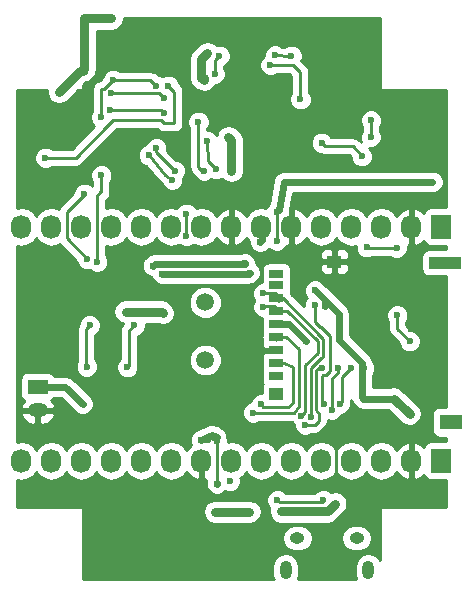
<source format=gbr>
G04 #@! TF.FileFunction,Copper,L2,Bot,Signal*
%FSLAX46Y46*%
G04 Gerber Fmt 4.6, Leading zero omitted, Abs format (unit mm)*
G04 Created by KiCad (PCBNEW 4.0.4+e1-6308~48~ubuntu16.04.1-stable) date Fri Sep  2 10:56:05 2016*
%MOMM*%
%LPD*%
G01*
G04 APERTURE LIST*
%ADD10C,0.100000*%
%ADD11C,1.501140*%
%ADD12R,1.727200X2.032000*%
%ADD13O,1.727200X2.032000*%
%ADD14R,1.700000X1.200000*%
%ADD15O,1.700000X1.200000*%
%ADD16O,1.250000X0.950000*%
%ADD17O,1.000000X1.550000*%
%ADD18R,1.200000X0.700000*%
%ADD19R,2.800000X1.000000*%
%ADD20R,1.900000X1.300000*%
%ADD21R,1.200000X1.100000*%
%ADD22R,1.200000X1.000000*%
%ADD23C,0.600000*%
%ADD24C,0.250000*%
%ADD25C,0.600000*%
%ADD26C,0.800000*%
%ADD27C,0.254000*%
G04 APERTURE END LIST*
D10*
D11*
X153490000Y-123800940D03*
X153490000Y-118919060D03*
D12*
X173482000Y-112522000D03*
D13*
X170942000Y-112522000D03*
X168402000Y-112522000D03*
X165862000Y-112522000D03*
X163322000Y-112522000D03*
X160782000Y-112522000D03*
X158242000Y-112522000D03*
X155702000Y-112522000D03*
X153162000Y-112522000D03*
X150622000Y-112522000D03*
X148082000Y-112522000D03*
X145542000Y-112522000D03*
X143002000Y-112522000D03*
X140462000Y-112522000D03*
X137922000Y-112522000D03*
D12*
X173482000Y-132334000D03*
D13*
X170942000Y-132334000D03*
X168402000Y-132334000D03*
X165862000Y-132334000D03*
X163322000Y-132334000D03*
X160782000Y-132334000D03*
X158242000Y-132334000D03*
X155702000Y-132334000D03*
X153162000Y-132334000D03*
X150622000Y-132334000D03*
X148082000Y-132334000D03*
X145542000Y-132334000D03*
X143002000Y-132334000D03*
X140462000Y-132334000D03*
X137922000Y-132334000D03*
D14*
X139290000Y-126060000D03*
D15*
X139290000Y-128060000D03*
D16*
X161289100Y-138897460D03*
X166289100Y-138897460D03*
D17*
X160289100Y-141597460D03*
X167289100Y-141597460D03*
D18*
X159514000Y-118563000D03*
D19*
X173814000Y-115563000D03*
D20*
X174264000Y-129063000D03*
D18*
X159514000Y-117463000D03*
X159514000Y-119663000D03*
X159514000Y-120763000D03*
X159514000Y-121863000D03*
X159514000Y-122963000D03*
X159514000Y-124063000D03*
X159514000Y-125163000D03*
D21*
X159514000Y-126713000D03*
D18*
X159514000Y-116513000D03*
D22*
X164414000Y-115463000D03*
D23*
X138340000Y-106210000D03*
X140990000Y-122110000D03*
X157440000Y-121460000D03*
X156140000Y-140810000D03*
X172190000Y-124760000D03*
X167790000Y-119510000D03*
X170890000Y-121210000D03*
X165690000Y-118060000D03*
X151940000Y-131110000D03*
X145840000Y-127710000D03*
X158640002Y-109810000D03*
X158242000Y-99568000D03*
X141490000Y-103060000D03*
X162814000Y-101854000D03*
X162306000Y-96266000D03*
X145034000Y-96266000D03*
X146050000Y-108458000D03*
X145990000Y-140310000D03*
X165190000Y-137260000D03*
X144040000Y-135910000D03*
X141090000Y-101110000D03*
X170790000Y-128360000D03*
X169440000Y-127060000D03*
X163625000Y-119245000D03*
X162790000Y-117910000D03*
X156840000Y-115610000D03*
X158140000Y-113810000D03*
X149040000Y-115810000D03*
X166940000Y-124460000D03*
X162040000Y-122210000D03*
X155702000Y-107786002D03*
X155448000Y-104902000D03*
X153416000Y-100076000D03*
X153670000Y-97790000D03*
X159890000Y-136610000D03*
X157226000Y-136652000D03*
X154305000Y-136652000D03*
X164490000Y-135960000D03*
X143129000Y-99314000D03*
X145542000Y-94869000D03*
X143090000Y-127510000D03*
X155540000Y-134060000D03*
X154490000Y-134260000D03*
X154440000Y-130660000D03*
X153740000Y-130610000D03*
X153090000Y-130610000D03*
X157240000Y-116410000D03*
X149840000Y-116510000D03*
X149890000Y-119810000D03*
X159540000Y-113710000D03*
X159540000Y-111260000D03*
X172720000Y-108712000D03*
X146740000Y-119710000D03*
X170790000Y-122210000D03*
X169740000Y-120010000D03*
X159590000Y-135660000D03*
X163490000Y-135660000D03*
X167513000Y-104902000D03*
X167513000Y-103505000D03*
X159004000Y-98806000D03*
X161544000Y-101727000D03*
X163340000Y-105410000D03*
X166740000Y-106560000D03*
X160782000Y-98044000D03*
X159390000Y-98010000D03*
X154686000Y-98044000D03*
X154305000Y-99568000D03*
X150368000Y-100584000D03*
X139954000Y-106680000D03*
X162740000Y-119160000D03*
X163540000Y-127510000D03*
X161940000Y-129310000D03*
X163390000Y-124460000D03*
X165790000Y-124510000D03*
X164890000Y-127510000D03*
X169690000Y-114310000D03*
X167140000Y-114260000D03*
X164690000Y-124510000D03*
X164190000Y-128010000D03*
X145415000Y-102616000D03*
X149987000Y-102870000D03*
X153670000Y-105283000D03*
X154390000Y-107660000D03*
X158390000Y-118160000D03*
X162440000Y-128660000D03*
X158390000Y-119310000D03*
X161590000Y-128560000D03*
X145542000Y-101219000D03*
X149987000Y-101600000D03*
X152908000Y-103632000D03*
X153390000Y-107760000D03*
X151890000Y-113310000D03*
X149352000Y-100584000D03*
X149340000Y-105860000D03*
X150890000Y-107760000D03*
X151890000Y-111410000D03*
X158190000Y-127560000D03*
X144653000Y-103251000D03*
X145669000Y-100076000D03*
X148690000Y-106460000D03*
X150690000Y-108560000D03*
X157540000Y-128260000D03*
X146890000Y-124410000D03*
X147490000Y-120860000D03*
X144340000Y-115510000D03*
X144690000Y-108160000D03*
X143490000Y-115260000D03*
X143690000Y-120860000D03*
X143440000Y-124360000D03*
X143256000Y-109728000D03*
D24*
X139290000Y-128060000D02*
X139290000Y-128360000D01*
D25*
X158640002Y-109810000D02*
X158640000Y-109810000D01*
D24*
X170942000Y-132334000D02*
X170942000Y-134058000D01*
X170942000Y-134058000D02*
X170940000Y-134060000D01*
X170940000Y-134060000D02*
X164590000Y-134060000D01*
X164590000Y-134060000D02*
X164590000Y-131360000D01*
X164590000Y-131360000D02*
X164590000Y-131210000D01*
D26*
X143129000Y-99314000D02*
X142886000Y-99314000D01*
X142886000Y-99314000D02*
X141090000Y-101110000D01*
X169440000Y-127060000D02*
X170790000Y-128360000D01*
D25*
X163640000Y-118760000D02*
X162790000Y-117910000D01*
X166740000Y-124060000D02*
X164790000Y-122110000D01*
X164790000Y-122110000D02*
X164790000Y-120860000D01*
X164790000Y-120860000D02*
X164790000Y-119910000D01*
X164790000Y-119910000D02*
X162790000Y-117910000D01*
X162790000Y-117910000D02*
X162790000Y-117910000D01*
X166740000Y-124460000D02*
X166740000Y-124060000D01*
X163640000Y-119230000D02*
X163640000Y-118760000D01*
X163640000Y-119230000D02*
X163625000Y-119245000D01*
X158138000Y-113762000D02*
X158138000Y-113808000D01*
X158140000Y-113810000D02*
X158138000Y-113808000D01*
X158138000Y-113762000D02*
X158290000Y-113610000D01*
X158290000Y-113610000D02*
X158138000Y-113762000D01*
X156840000Y-115660000D02*
X156840000Y-115610000D01*
X156840000Y-115610000D02*
X156840000Y-115660000D01*
X156840000Y-115660000D02*
X149190000Y-115660000D01*
X149190000Y-115660000D02*
X149040000Y-115810000D01*
X158242000Y-112522000D02*
X158290000Y-113610000D01*
D24*
X166940000Y-124460000D02*
X166740000Y-124460000D01*
D25*
X169440000Y-127060000D02*
X166840000Y-127060000D01*
X166840000Y-127060000D02*
X166740000Y-126960000D01*
X166740000Y-126960000D02*
X166740000Y-124460000D01*
X169540000Y-127060000D02*
X169440000Y-127060000D01*
X159514000Y-120763000D02*
X160593000Y-120763000D01*
X160593000Y-120763000D02*
X162040000Y-122210000D01*
D26*
X155702000Y-107786002D02*
X155702000Y-105156000D01*
X155702000Y-105156000D02*
X155448000Y-104902000D01*
X153416000Y-100076000D02*
X153416000Y-99949000D01*
X153416000Y-99949000D02*
X153162000Y-99949000D01*
X153162000Y-99949000D02*
X153162000Y-98298000D01*
X153162000Y-98298000D02*
X153670000Y-97790000D01*
X157226000Y-136652000D02*
X154305000Y-136652000D01*
X159890000Y-136610000D02*
X163840000Y-136610000D01*
X163840000Y-136610000D02*
X164490000Y-135960000D01*
X143256000Y-99187000D02*
X143129000Y-99314000D01*
X143256000Y-94869000D02*
X143256000Y-99187000D01*
X145542000Y-94869000D02*
X143256000Y-94869000D01*
D24*
X159500000Y-120777000D02*
X159514000Y-120763000D01*
D25*
X143090000Y-127510000D02*
X141640000Y-126060000D01*
X141640000Y-126060000D02*
X139290000Y-126060000D01*
X139290000Y-126060000D02*
X139390000Y-126060000D01*
D24*
X154440000Y-134210000D02*
X154440000Y-130360000D01*
D25*
X154490000Y-134260000D02*
X154440000Y-134210000D01*
D24*
X154440000Y-130660000D02*
X153740000Y-130310000D01*
X153740000Y-130310000D02*
X153740000Y-130610000D01*
D25*
X154440000Y-130360000D02*
X154040000Y-130110000D01*
X154040000Y-130110000D02*
X153090000Y-130610000D01*
X157161000Y-116489000D02*
X157240000Y-116410000D01*
X157161000Y-116489000D02*
X149840000Y-116510000D01*
D26*
X149890000Y-119810000D02*
X149790000Y-119710000D01*
D24*
X159540000Y-113710000D02*
X159540000Y-111260000D01*
X159590000Y-111260000D02*
X159540000Y-111260000D01*
D26*
X149790000Y-119710000D02*
X146740000Y-119710000D01*
D25*
X159717000Y-111133000D02*
X160140000Y-108710000D01*
X160140000Y-108710000D02*
X172720000Y-108712000D01*
D24*
X169740000Y-121160000D02*
X169740000Y-120010000D01*
X170790000Y-122210000D02*
X169740000Y-121160000D01*
X159590000Y-135660000D02*
X159790000Y-135860000D01*
X159790000Y-135860000D02*
X163490000Y-135860000D01*
X163490000Y-135860000D02*
X163490000Y-135660000D01*
X167513000Y-104902000D02*
X167513000Y-103505000D01*
X160909000Y-98806000D02*
X159004000Y-98806000D01*
X161544000Y-99441000D02*
X160909000Y-98806000D01*
X161544000Y-101727000D02*
X161544000Y-99441000D01*
X163640000Y-105710000D02*
X163340000Y-105410000D01*
X166740000Y-106560000D02*
X165990000Y-105710000D01*
X165990000Y-105710000D02*
X163640000Y-105710000D01*
X159390000Y-98010000D02*
X160782000Y-98044000D01*
X154305000Y-98425000D02*
X154686000Y-98044000D01*
X154305000Y-99568000D02*
X154305000Y-98425000D01*
X150876000Y-101092000D02*
X150368000Y-100584000D01*
X150876000Y-103759000D02*
X150876000Y-101092000D01*
X149987000Y-103759000D02*
X150876000Y-103759000D01*
X149733000Y-103505000D02*
X149987000Y-103759000D01*
X149225000Y-103505000D02*
X149733000Y-103505000D01*
X148971000Y-103505000D02*
X149225000Y-103505000D01*
X145669000Y-103505000D02*
X148971000Y-103505000D01*
X145161000Y-104013000D02*
X145669000Y-103505000D01*
X145176000Y-104013000D02*
X145161000Y-104013000D01*
X142509000Y-106680000D02*
X145176000Y-104013000D01*
X139954000Y-106680000D02*
X142509000Y-106680000D01*
X162740000Y-120560000D02*
X162740000Y-119160000D01*
X163190000Y-121010000D02*
X162740000Y-120560000D01*
X163290000Y-121010000D02*
X163190000Y-121010000D01*
X164040000Y-121760000D02*
X163290000Y-121010000D01*
X164040000Y-124760000D02*
X164040000Y-121760000D01*
X163690000Y-125110000D02*
X164040000Y-124760000D01*
X163440000Y-125110000D02*
X163690000Y-125110000D01*
X163390000Y-125160000D02*
X163440000Y-125110000D01*
X163390000Y-127360000D02*
X163390000Y-125160000D01*
X163540000Y-127510000D02*
X163390000Y-127360000D01*
X161940000Y-129310000D02*
X162640000Y-129310000D01*
X162640000Y-129310000D02*
X162740000Y-129310000D01*
X162740000Y-129310000D02*
X163090000Y-128960000D01*
X163090000Y-128960000D02*
X163090000Y-128310000D01*
X163090000Y-128310000D02*
X162940000Y-128160000D01*
X162940000Y-128160000D02*
X162940000Y-128110000D01*
X162940000Y-128110000D02*
X162890002Y-128060002D01*
X162890002Y-128060002D02*
X162890002Y-124660000D01*
X162890002Y-124660000D02*
X163090002Y-124460000D01*
X163090002Y-124460000D02*
X163390000Y-124460000D01*
X165090000Y-125210000D02*
X165790000Y-124510000D01*
X165090000Y-127310000D02*
X165090000Y-125210000D01*
X164890000Y-127510000D02*
X165090000Y-127310000D01*
X167190000Y-114310000D02*
X169690000Y-114310000D01*
X167140000Y-114260000D02*
X167190000Y-114310000D01*
X164690000Y-124910000D02*
X164690000Y-124510000D01*
X164240000Y-125360000D02*
X164690000Y-124910000D01*
X164240000Y-126760000D02*
X164240000Y-125360000D01*
X164190000Y-126810000D02*
X164240000Y-126760000D01*
X164190000Y-128010000D02*
X164190000Y-126810000D01*
X145415000Y-102616000D02*
X149733000Y-102616000D01*
X149987000Y-102870000D02*
X149733000Y-102616000D01*
X153690000Y-106960000D02*
X153670000Y-105283000D01*
X154390000Y-107660000D02*
X153690000Y-106960000D01*
X159514000Y-118563000D02*
X159514000Y-118234000D01*
X159514000Y-118234000D02*
X159440000Y-118160000D01*
X159440000Y-118160000D02*
X158390000Y-118160000D01*
X159514000Y-118563000D02*
X160043000Y-118563000D01*
X160043000Y-118563000D02*
X163490000Y-122010000D01*
X162440000Y-124460000D02*
X162440000Y-128660000D01*
X163290000Y-123610000D02*
X162440000Y-124460000D01*
X163340000Y-123610000D02*
X163290000Y-123610000D01*
X163490000Y-123460000D02*
X163340000Y-123610000D01*
X163490000Y-122010000D02*
X163490000Y-123460000D01*
X159761000Y-118810000D02*
X159514000Y-118563000D01*
X158740000Y-119260000D02*
X158440000Y-119260000D01*
X159390000Y-119260000D02*
X158740000Y-119260000D01*
X159514000Y-119384000D02*
X159390000Y-119260000D01*
X158440000Y-119260000D02*
X158390000Y-119310000D01*
X159514000Y-119663000D02*
X159514000Y-119384000D01*
X159514000Y-119663000D02*
X160443000Y-119663000D01*
X161940000Y-128210000D02*
X161590000Y-128560000D01*
X161940000Y-124260000D02*
X161940000Y-128210000D01*
X162990000Y-123210000D02*
X161940000Y-124260000D01*
X162990000Y-122210000D02*
X162990000Y-123210000D01*
X160443000Y-119663000D02*
X162990000Y-122210000D01*
X149606000Y-101219000D02*
X145542000Y-101219000D01*
X149987000Y-101600000D02*
X149606000Y-101219000D01*
X152890000Y-107460000D02*
X152908000Y-103632000D01*
X152890000Y-107460000D02*
X152890000Y-107460000D01*
X153190000Y-107810000D02*
X152890000Y-107460000D01*
X153440000Y-107760000D02*
X153240000Y-107810000D01*
X145669000Y-100076000D02*
X148844000Y-100076000D01*
X149352000Y-100584000D02*
X148844000Y-100076000D01*
X149340000Y-106210000D02*
X149340000Y-105860000D01*
X150890000Y-107760000D02*
X149340000Y-106210000D01*
X151890000Y-113110000D02*
X151890000Y-111410000D01*
X151840000Y-113160000D02*
X151890000Y-113110000D01*
X151840000Y-113210000D02*
X151840000Y-113160000D01*
X151890000Y-113310000D02*
X151840000Y-113210000D01*
X158390000Y-127760000D02*
X160490000Y-127760000D01*
X158190000Y-127560000D02*
X158390000Y-127760000D01*
X160190000Y-124060000D02*
X159514000Y-124063000D01*
X160890000Y-124410000D02*
X160190000Y-124060000D01*
X160889998Y-127410002D02*
X160890000Y-124410000D01*
X160490000Y-127760000D02*
X160889998Y-127410002D01*
X144653000Y-103251000D02*
X144653000Y-100838000D01*
X144653000Y-100838000D02*
X144907000Y-100838000D01*
X144907000Y-100838000D02*
X145669000Y-100076000D01*
X148690000Y-106460000D02*
X150090000Y-108107059D01*
X150090000Y-108107059D02*
X150690000Y-108560000D01*
X160990000Y-128260000D02*
X157540000Y-128260000D01*
X161440000Y-127710000D02*
X160990000Y-128260000D01*
X161440000Y-122901667D02*
X161440000Y-127710000D01*
X160143000Y-121863000D02*
X160306143Y-121862298D01*
X160306143Y-121862298D02*
X161440000Y-122901667D01*
X159514000Y-121863000D02*
X160143000Y-121863000D01*
X159514000Y-121863000D02*
X159514000Y-122086000D01*
X159514000Y-121863000D02*
X158993000Y-121863000D01*
X146890000Y-124410000D02*
X146990000Y-124310000D01*
X146990000Y-124310000D02*
X146990000Y-121360000D01*
X146990000Y-121360000D02*
X147490000Y-120860000D01*
X144340000Y-115510000D02*
X144290000Y-115460000D01*
X144290000Y-115460000D02*
X144290000Y-109910000D01*
X144290000Y-109910000D02*
X144590000Y-109610000D01*
X144590000Y-109610000D02*
X144690000Y-109610000D01*
X144690000Y-109610000D02*
X144690000Y-108160000D01*
X143256000Y-109794000D02*
X143256000Y-109728000D01*
X141740000Y-111310000D02*
X143256000Y-109794000D01*
X141740000Y-113510000D02*
X141740000Y-111310000D01*
X143490000Y-115260000D02*
X141740000Y-113510000D01*
X143390000Y-121160000D02*
X143690000Y-120860000D01*
X143390000Y-124310000D02*
X143390000Y-121160000D01*
X143440000Y-124360000D02*
X143390000Y-124310000D01*
D27*
G36*
X168275000Y-100838000D02*
X168285006Y-100887410D01*
X168313447Y-100929035D01*
X168355841Y-100956315D01*
X168402000Y-100965000D01*
X173863000Y-100965000D01*
X173863000Y-110858560D01*
X172618400Y-110858560D01*
X172383083Y-110902838D01*
X172166959Y-111041910D01*
X172021969Y-111254110D01*
X172002768Y-111348927D01*
X171844036Y-111171268D01*
X171316791Y-110917291D01*
X171301026Y-110914642D01*
X171069000Y-111035783D01*
X171069000Y-112395000D01*
X171089000Y-112395000D01*
X171089000Y-112649000D01*
X171069000Y-112649000D01*
X171069000Y-114008217D01*
X171301026Y-114129358D01*
X171316791Y-114126709D01*
X171844036Y-113872732D01*
X172000907Y-113697155D01*
X172015238Y-113773317D01*
X172154310Y-113989441D01*
X172366510Y-114134431D01*
X172618400Y-114185440D01*
X173863000Y-114185440D01*
X173863000Y-114415560D01*
X172414000Y-114415560D01*
X172178683Y-114459838D01*
X171962559Y-114598910D01*
X171817569Y-114811110D01*
X171766560Y-115063000D01*
X171766560Y-116063000D01*
X171810838Y-116298317D01*
X171949910Y-116514441D01*
X172162110Y-116659431D01*
X172414000Y-116710440D01*
X173863000Y-116710440D01*
X173863000Y-127765560D01*
X173314000Y-127765560D01*
X173078683Y-127809838D01*
X172862559Y-127948910D01*
X172717569Y-128161110D01*
X172666560Y-128413000D01*
X172666560Y-129713000D01*
X172710838Y-129948317D01*
X172849910Y-130164441D01*
X173062110Y-130309431D01*
X173314000Y-130360440D01*
X173863000Y-130360440D01*
X173863000Y-130670560D01*
X172618400Y-130670560D01*
X172383083Y-130714838D01*
X172166959Y-130853910D01*
X172021969Y-131066110D01*
X172002768Y-131160927D01*
X171844036Y-130983268D01*
X171316791Y-130729291D01*
X171301026Y-130726642D01*
X171069000Y-130847783D01*
X171069000Y-132207000D01*
X171089000Y-132207000D01*
X171089000Y-132461000D01*
X171069000Y-132461000D01*
X171069000Y-133820217D01*
X171301026Y-133941358D01*
X171316791Y-133938709D01*
X171844036Y-133684732D01*
X172000907Y-133509155D01*
X172015238Y-133585317D01*
X172154310Y-133801441D01*
X172366510Y-133946431D01*
X172618400Y-133997440D01*
X173863000Y-133997440D01*
X173863000Y-136271000D01*
X168402000Y-136271000D01*
X168352590Y-136281006D01*
X168310965Y-136309447D01*
X168283685Y-136351841D01*
X168275000Y-136398000D01*
X168275000Y-140766648D01*
X168091666Y-140492270D01*
X167723446Y-140246233D01*
X167289100Y-140159836D01*
X166854754Y-140246233D01*
X166486534Y-140492270D01*
X166240497Y-140860490D01*
X166154100Y-141294836D01*
X166154100Y-141900084D01*
X166240497Y-142334430D01*
X166262260Y-142367000D01*
X161315940Y-142367000D01*
X161337703Y-142334430D01*
X161424100Y-141900084D01*
X161424100Y-141294836D01*
X161337703Y-140860490D01*
X161091666Y-140492270D01*
X160723446Y-140246233D01*
X160289100Y-140159836D01*
X159854754Y-140246233D01*
X159486534Y-140492270D01*
X159240497Y-140860490D01*
X159154100Y-141294836D01*
X159154100Y-141900084D01*
X159240497Y-142334430D01*
X159262260Y-142367000D01*
X143129000Y-142367000D01*
X143129000Y-138897460D01*
X160004415Y-138897460D01*
X160088909Y-139322239D01*
X160329526Y-139682349D01*
X160689636Y-139922966D01*
X161114415Y-140007460D01*
X161463785Y-140007460D01*
X161888564Y-139922966D01*
X162248674Y-139682349D01*
X162489291Y-139322239D01*
X162573785Y-138897460D01*
X165004415Y-138897460D01*
X165088909Y-139322239D01*
X165329526Y-139682349D01*
X165689636Y-139922966D01*
X166114415Y-140007460D01*
X166463785Y-140007460D01*
X166888564Y-139922966D01*
X167248674Y-139682349D01*
X167489291Y-139322239D01*
X167573785Y-138897460D01*
X167489291Y-138472681D01*
X167248674Y-138112571D01*
X166888564Y-137871954D01*
X166463785Y-137787460D01*
X166114415Y-137787460D01*
X165689636Y-137871954D01*
X165329526Y-138112571D01*
X165088909Y-138472681D01*
X165004415Y-138897460D01*
X162573785Y-138897460D01*
X162489291Y-138472681D01*
X162248674Y-138112571D01*
X161888564Y-137871954D01*
X161463785Y-137787460D01*
X161114415Y-137787460D01*
X160689636Y-137871954D01*
X160329526Y-138112571D01*
X160088909Y-138472681D01*
X160004415Y-138897460D01*
X143129000Y-138897460D01*
X143129000Y-136652000D01*
X153270000Y-136652000D01*
X153348785Y-137048077D01*
X153573144Y-137383856D01*
X153908923Y-137608215D01*
X154305000Y-137687000D01*
X157226000Y-137687000D01*
X157622077Y-137608215D01*
X157957856Y-137383856D01*
X158182215Y-137048077D01*
X158261000Y-136652000D01*
X158182215Y-136255923D01*
X157957856Y-135920144D01*
X157845645Y-135845167D01*
X158654838Y-135845167D01*
X158796883Y-136188943D01*
X158915182Y-136307448D01*
X158855000Y-136610000D01*
X158933785Y-137006077D01*
X159158144Y-137341856D01*
X159493923Y-137566215D01*
X159890000Y-137645000D01*
X163839995Y-137645000D01*
X163840000Y-137645001D01*
X164236077Y-137566215D01*
X164571856Y-137341856D01*
X165221856Y-136691855D01*
X165446215Y-136356077D01*
X165525001Y-135960000D01*
X165446215Y-135563922D01*
X165221856Y-135228144D01*
X164886078Y-135003785D01*
X164490000Y-134924999D01*
X164145771Y-134993472D01*
X164020327Y-134867808D01*
X163676799Y-134725162D01*
X163304833Y-134724838D01*
X162961057Y-134866883D01*
X162727533Y-135100000D01*
X160352114Y-135100000D01*
X160120327Y-134867808D01*
X159776799Y-134725162D01*
X159404833Y-134724838D01*
X159061057Y-134866883D01*
X158797808Y-135129673D01*
X158655162Y-135473201D01*
X158654838Y-135845167D01*
X157845645Y-135845167D01*
X157622077Y-135695785D01*
X157226000Y-135617000D01*
X154305000Y-135617000D01*
X153908923Y-135695785D01*
X153573144Y-135920144D01*
X153348785Y-136255923D01*
X153270000Y-136652000D01*
X143129000Y-136652000D01*
X143129000Y-136398000D01*
X143118994Y-136348590D01*
X143090553Y-136306965D01*
X143048159Y-136279685D01*
X143002000Y-136271000D01*
X137541000Y-136271000D01*
X137541000Y-133941559D01*
X137922000Y-134017345D01*
X138495489Y-133903271D01*
X138981670Y-133578415D01*
X139192000Y-133263634D01*
X139402330Y-133578415D01*
X139888511Y-133903271D01*
X140462000Y-134017345D01*
X141035489Y-133903271D01*
X141521670Y-133578415D01*
X141732000Y-133263634D01*
X141942330Y-133578415D01*
X142428511Y-133903271D01*
X143002000Y-134017345D01*
X143575489Y-133903271D01*
X144061670Y-133578415D01*
X144272000Y-133263634D01*
X144482330Y-133578415D01*
X144968511Y-133903271D01*
X145542000Y-134017345D01*
X146115489Y-133903271D01*
X146601670Y-133578415D01*
X146812000Y-133263634D01*
X147022330Y-133578415D01*
X147508511Y-133903271D01*
X148082000Y-134017345D01*
X148655489Y-133903271D01*
X149141670Y-133578415D01*
X149352000Y-133263634D01*
X149562330Y-133578415D01*
X150048511Y-133903271D01*
X150622000Y-134017345D01*
X151195489Y-133903271D01*
X151681670Y-133578415D01*
X151888461Y-133268931D01*
X152259964Y-133684732D01*
X152787209Y-133938709D01*
X152802974Y-133941358D01*
X153035000Y-133820217D01*
X153035000Y-132461000D01*
X153015000Y-132461000D01*
X153015000Y-132207000D01*
X153035000Y-132207000D01*
X153035000Y-132187000D01*
X153289000Y-132187000D01*
X153289000Y-132207000D01*
X153309000Y-132207000D01*
X153309000Y-132461000D01*
X153289000Y-132461000D01*
X153289000Y-133820217D01*
X153521026Y-133941358D01*
X153536791Y-133938709D01*
X153561313Y-133926897D01*
X153505000Y-134210000D01*
X153576173Y-134567809D01*
X153653056Y-134682872D01*
X153696883Y-134788943D01*
X153778680Y-134870882D01*
X153778855Y-134871145D01*
X153828564Y-134920854D01*
X153959673Y-135052192D01*
X154303201Y-135194838D01*
X154675167Y-135195162D01*
X155018943Y-135053117D01*
X155158367Y-134913936D01*
X155353201Y-134994838D01*
X155725167Y-134995162D01*
X156068943Y-134853117D01*
X156332192Y-134590327D01*
X156474838Y-134246799D01*
X156475162Y-133874833D01*
X156441170Y-133792566D01*
X156761670Y-133578415D01*
X156972000Y-133263634D01*
X157182330Y-133578415D01*
X157668511Y-133903271D01*
X158242000Y-134017345D01*
X158815489Y-133903271D01*
X159301670Y-133578415D01*
X159512000Y-133263634D01*
X159722330Y-133578415D01*
X160208511Y-133903271D01*
X160782000Y-134017345D01*
X161355489Y-133903271D01*
X161841670Y-133578415D01*
X162052000Y-133263634D01*
X162262330Y-133578415D01*
X162748511Y-133903271D01*
X163322000Y-134017345D01*
X163895489Y-133903271D01*
X164381670Y-133578415D01*
X164592000Y-133263634D01*
X164802330Y-133578415D01*
X165288511Y-133903271D01*
X165862000Y-134017345D01*
X166435489Y-133903271D01*
X166921670Y-133578415D01*
X167132000Y-133263634D01*
X167342330Y-133578415D01*
X167828511Y-133903271D01*
X168402000Y-134017345D01*
X168975489Y-133903271D01*
X169461670Y-133578415D01*
X169668461Y-133268931D01*
X170039964Y-133684732D01*
X170567209Y-133938709D01*
X170582974Y-133941358D01*
X170815000Y-133820217D01*
X170815000Y-132461000D01*
X170795000Y-132461000D01*
X170795000Y-132207000D01*
X170815000Y-132207000D01*
X170815000Y-130847783D01*
X170582974Y-130726642D01*
X170567209Y-130729291D01*
X170039964Y-130983268D01*
X169668461Y-131399069D01*
X169461670Y-131089585D01*
X168975489Y-130764729D01*
X168402000Y-130650655D01*
X167828511Y-130764729D01*
X167342330Y-131089585D01*
X167132000Y-131404366D01*
X166921670Y-131089585D01*
X166435489Y-130764729D01*
X165862000Y-130650655D01*
X165288511Y-130764729D01*
X164802330Y-131089585D01*
X164592000Y-131404366D01*
X164381670Y-131089585D01*
X163895489Y-130764729D01*
X163322000Y-130650655D01*
X162748511Y-130764729D01*
X162262330Y-131089585D01*
X162052000Y-131404366D01*
X161841670Y-131089585D01*
X161355489Y-130764729D01*
X160782000Y-130650655D01*
X160208511Y-130764729D01*
X159722330Y-131089585D01*
X159512000Y-131404366D01*
X159301670Y-131089585D01*
X158815489Y-130764729D01*
X158242000Y-130650655D01*
X157668511Y-130764729D01*
X157182330Y-131089585D01*
X156972000Y-131404366D01*
X156761670Y-131089585D01*
X156275489Y-130764729D01*
X155702000Y-130650655D01*
X155374952Y-130715709D01*
X155375162Y-130474833D01*
X155359826Y-130437718D01*
X155351056Y-130149756D01*
X155201249Y-129817115D01*
X154935549Y-129567122D01*
X154535549Y-129317122D01*
X154422961Y-129274454D01*
X154317134Y-129217015D01*
X154253877Y-129210376D01*
X154194406Y-129187838D01*
X154074059Y-129191503D01*
X153954308Y-129178935D01*
X153893328Y-129197008D01*
X153829756Y-129198944D01*
X153719970Y-129248387D01*
X153604528Y-129282601D01*
X152692882Y-129762414D01*
X152561057Y-129816883D01*
X152297808Y-130079673D01*
X152155162Y-130423201D01*
X152154838Y-130795167D01*
X152241225Y-131004241D01*
X151888461Y-131399069D01*
X151681670Y-131089585D01*
X151195489Y-130764729D01*
X150622000Y-130650655D01*
X150048511Y-130764729D01*
X149562330Y-131089585D01*
X149352000Y-131404366D01*
X149141670Y-131089585D01*
X148655489Y-130764729D01*
X148082000Y-130650655D01*
X147508511Y-130764729D01*
X147022330Y-131089585D01*
X146812000Y-131404366D01*
X146601670Y-131089585D01*
X146115489Y-130764729D01*
X145542000Y-130650655D01*
X144968511Y-130764729D01*
X144482330Y-131089585D01*
X144272000Y-131404366D01*
X144061670Y-131089585D01*
X143575489Y-130764729D01*
X143002000Y-130650655D01*
X142428511Y-130764729D01*
X141942330Y-131089585D01*
X141732000Y-131404366D01*
X141521670Y-131089585D01*
X141035489Y-130764729D01*
X140462000Y-130650655D01*
X139888511Y-130764729D01*
X139402330Y-131089585D01*
X139192000Y-131404366D01*
X138981670Y-131089585D01*
X138495489Y-130764729D01*
X137922000Y-130650655D01*
X137541000Y-130726441D01*
X137541000Y-128377609D01*
X137846538Y-128377609D01*
X137861714Y-128469376D01*
X138108067Y-128889125D01*
X138496299Y-129182647D01*
X138967304Y-129305256D01*
X139163000Y-129142547D01*
X139163000Y-128187000D01*
X139417000Y-128187000D01*
X139417000Y-129142547D01*
X139612696Y-129305256D01*
X140083701Y-129182647D01*
X140471933Y-128889125D01*
X140718286Y-128469376D01*
X140722289Y-128445167D01*
X156604838Y-128445167D01*
X156746883Y-128788943D01*
X157009673Y-129052192D01*
X157353201Y-129194838D01*
X157725167Y-129195162D01*
X158068943Y-129053117D01*
X158102118Y-129020000D01*
X160768396Y-129020000D01*
X160796883Y-129088943D01*
X161005010Y-129297434D01*
X161004838Y-129495167D01*
X161146883Y-129838943D01*
X161409673Y-130102192D01*
X161753201Y-130244838D01*
X162125167Y-130245162D01*
X162468943Y-130103117D01*
X162502118Y-130070000D01*
X162740000Y-130070000D01*
X163030839Y-130012148D01*
X163277401Y-129847401D01*
X163627401Y-129497401D01*
X163792148Y-129250839D01*
X163850000Y-128960000D01*
X163850000Y-128881223D01*
X164003201Y-128944838D01*
X164375167Y-128945162D01*
X164718943Y-128803117D01*
X164982192Y-128540327D01*
X165021727Y-128445115D01*
X165075167Y-128445162D01*
X165418943Y-128303117D01*
X165682192Y-128040327D01*
X165824838Y-127696799D01*
X165825066Y-127435352D01*
X165850000Y-127310000D01*
X165850000Y-127186229D01*
X165876173Y-127317809D01*
X166078855Y-127621145D01*
X166178855Y-127721145D01*
X166482191Y-127923827D01*
X166840000Y-127995000D01*
X168918837Y-127995000D01*
X170072081Y-129105531D01*
X170412031Y-129323516D01*
X170809524Y-129394816D01*
X171204045Y-129308573D01*
X171535531Y-129077919D01*
X171753516Y-128737968D01*
X171824816Y-128340475D01*
X171738573Y-127945954D01*
X171507919Y-127614468D01*
X170157919Y-126314469D01*
X169817968Y-126096483D01*
X169420475Y-126025183D01*
X169025955Y-126111427D01*
X169006448Y-126125000D01*
X167675000Y-126125000D01*
X167675000Y-125047419D01*
X167732192Y-124990327D01*
X167874838Y-124646799D01*
X167875162Y-124274833D01*
X167733117Y-123931057D01*
X167628507Y-123826264D01*
X167603827Y-123702191D01*
X167401145Y-123398855D01*
X165725000Y-121722710D01*
X165725000Y-120195167D01*
X168804838Y-120195167D01*
X168946883Y-120538943D01*
X168980000Y-120572118D01*
X168980000Y-121160000D01*
X169037852Y-121450839D01*
X169202599Y-121697401D01*
X169854878Y-122349680D01*
X169854838Y-122395167D01*
X169996883Y-122738943D01*
X170259673Y-123002192D01*
X170603201Y-123144838D01*
X170975167Y-123145162D01*
X171318943Y-123003117D01*
X171582192Y-122740327D01*
X171724838Y-122396799D01*
X171725162Y-122024833D01*
X171583117Y-121681057D01*
X171320327Y-121417808D01*
X170976799Y-121275162D01*
X170929923Y-121275121D01*
X170500000Y-120845198D01*
X170500000Y-120572463D01*
X170532192Y-120540327D01*
X170674838Y-120196799D01*
X170675162Y-119824833D01*
X170533117Y-119481057D01*
X170270327Y-119217808D01*
X169926799Y-119075162D01*
X169554833Y-119074838D01*
X169211057Y-119216883D01*
X168947808Y-119479673D01*
X168805162Y-119823201D01*
X168804838Y-120195167D01*
X165725000Y-120195167D01*
X165725000Y-119910000D01*
X165653827Y-119552191D01*
X165451145Y-119248855D01*
X163451436Y-117249146D01*
X163320327Y-117117808D01*
X162976799Y-116975162D01*
X162604833Y-116974838D01*
X162261057Y-117116883D01*
X161997808Y-117379673D01*
X161855162Y-117723201D01*
X161854838Y-118095167D01*
X161996883Y-118438943D01*
X162067753Y-118509937D01*
X161947808Y-118629673D01*
X161805162Y-118973201D01*
X161804921Y-119250119D01*
X160759965Y-118205163D01*
X160722426Y-118005658D01*
X160761440Y-117813000D01*
X160761440Y-117113000D01*
X160737056Y-116983411D01*
X160761440Y-116863000D01*
X160761440Y-116163000D01*
X160717162Y-115927683D01*
X160602022Y-115748750D01*
X163179000Y-115748750D01*
X163179000Y-116089309D01*
X163275673Y-116322698D01*
X163454301Y-116501327D01*
X163687690Y-116598000D01*
X164128250Y-116598000D01*
X164287000Y-116439250D01*
X164287000Y-115590000D01*
X164541000Y-115590000D01*
X164541000Y-116439250D01*
X164699750Y-116598000D01*
X165140310Y-116598000D01*
X165373699Y-116501327D01*
X165552327Y-116322698D01*
X165649000Y-116089309D01*
X165649000Y-115748750D01*
X165490250Y-115590000D01*
X164541000Y-115590000D01*
X164287000Y-115590000D01*
X163337750Y-115590000D01*
X163179000Y-115748750D01*
X160602022Y-115748750D01*
X160578090Y-115711559D01*
X160365890Y-115566569D01*
X160114000Y-115515560D01*
X158914000Y-115515560D01*
X158678683Y-115559838D01*
X158462559Y-115698910D01*
X158317569Y-115911110D01*
X158266560Y-116163000D01*
X158266560Y-116863000D01*
X158290944Y-116992589D01*
X158266560Y-117113000D01*
X158266560Y-117224892D01*
X158204833Y-117224838D01*
X157861057Y-117366883D01*
X157597808Y-117629673D01*
X157455162Y-117973201D01*
X157454838Y-118345167D01*
X157596883Y-118688943D01*
X157642710Y-118734850D01*
X157597808Y-118779673D01*
X157455162Y-119123201D01*
X157454838Y-119495167D01*
X157596883Y-119838943D01*
X157859673Y-120102192D01*
X158203201Y-120244838D01*
X158300596Y-120244923D01*
X158266560Y-120413000D01*
X158266560Y-121113000D01*
X158305574Y-121320342D01*
X158266560Y-121513000D01*
X158266560Y-121694284D01*
X158233000Y-121863000D01*
X158266560Y-122031716D01*
X158266560Y-122213000D01*
X158305858Y-122421850D01*
X158279000Y-122486691D01*
X158279000Y-122677250D01*
X158437750Y-122836000D01*
X158793312Y-122836000D01*
X158914000Y-122860440D01*
X159661000Y-122860440D01*
X159661000Y-123065560D01*
X158914000Y-123065560D01*
X158784113Y-123090000D01*
X158437750Y-123090000D01*
X158279000Y-123248750D01*
X158279000Y-123439309D01*
X158307870Y-123509007D01*
X158266560Y-123713000D01*
X158266560Y-124413000D01*
X158305574Y-124620342D01*
X158266560Y-124813000D01*
X158266560Y-125513000D01*
X158310838Y-125748317D01*
X158368051Y-125837228D01*
X158317569Y-125911110D01*
X158266560Y-126163000D01*
X158266560Y-126625066D01*
X158004833Y-126624838D01*
X157661057Y-126766883D01*
X157397808Y-127029673D01*
X157258761Y-127364534D01*
X157011057Y-127466883D01*
X156747808Y-127729673D01*
X156605162Y-128073201D01*
X156604838Y-128445167D01*
X140722289Y-128445167D01*
X140733462Y-128377609D01*
X140608731Y-128187000D01*
X139417000Y-128187000D01*
X139163000Y-128187000D01*
X137971269Y-128187000D01*
X137846538Y-128377609D01*
X137541000Y-128377609D01*
X137541000Y-125460000D01*
X137792560Y-125460000D01*
X137792560Y-126660000D01*
X137836838Y-126895317D01*
X137975910Y-127111441D01*
X138128309Y-127215571D01*
X138108067Y-127230875D01*
X137861714Y-127650624D01*
X137846538Y-127742391D01*
X137971269Y-127933000D01*
X139163000Y-127933000D01*
X139163000Y-127913000D01*
X139417000Y-127913000D01*
X139417000Y-127933000D01*
X140608731Y-127933000D01*
X140733462Y-127742391D01*
X140718286Y-127650624D01*
X140471933Y-127230875D01*
X140450580Y-127214731D01*
X140591441Y-127124090D01*
X140679644Y-126995000D01*
X141252710Y-126995000D01*
X142428564Y-128170854D01*
X142559673Y-128302192D01*
X142903201Y-128444838D01*
X143275167Y-128445162D01*
X143618943Y-128303117D01*
X143882192Y-128040327D01*
X144024838Y-127696799D01*
X144025162Y-127324833D01*
X143883117Y-126981057D01*
X143620327Y-126717808D01*
X143619935Y-126717645D01*
X142301145Y-125398855D01*
X141997809Y-125196173D01*
X141640000Y-125125000D01*
X140679018Y-125125000D01*
X140604090Y-125008559D01*
X140391890Y-124863569D01*
X140140000Y-124812560D01*
X138440000Y-124812560D01*
X138204683Y-124856838D01*
X137988559Y-124995910D01*
X137843569Y-125208110D01*
X137792560Y-125460000D01*
X137541000Y-125460000D01*
X137541000Y-124545167D01*
X142504838Y-124545167D01*
X142646883Y-124888943D01*
X142909673Y-125152192D01*
X143253201Y-125294838D01*
X143625167Y-125295162D01*
X143968943Y-125153117D01*
X144232192Y-124890327D01*
X144374838Y-124546799D01*
X144375162Y-124174833D01*
X144233117Y-123831057D01*
X144150000Y-123747795D01*
X144150000Y-121681604D01*
X144218943Y-121653117D01*
X144482192Y-121390327D01*
X144624838Y-121046799D01*
X144625162Y-120674833D01*
X144483117Y-120331057D01*
X144220327Y-120067808D01*
X143876799Y-119925162D01*
X143504833Y-119924838D01*
X143161057Y-120066883D01*
X142897808Y-120329673D01*
X142755162Y-120673201D01*
X142755079Y-120768548D01*
X142687852Y-120869161D01*
X142630000Y-121160000D01*
X142630000Y-123872559D01*
X142505162Y-124173201D01*
X142504838Y-124545167D01*
X137541000Y-124545167D01*
X137541000Y-119710000D01*
X145705000Y-119710000D01*
X145783785Y-120106077D01*
X146008144Y-120441856D01*
X146343923Y-120666215D01*
X146555131Y-120708227D01*
X146555121Y-120720077D01*
X146452599Y-120822599D01*
X146287852Y-121069161D01*
X146230000Y-121360000D01*
X146230000Y-123747711D01*
X146097808Y-123879673D01*
X145955162Y-124223201D01*
X145954838Y-124595167D01*
X146096883Y-124938943D01*
X146359673Y-125202192D01*
X146703201Y-125344838D01*
X147075167Y-125345162D01*
X147418943Y-125203117D01*
X147682192Y-124940327D01*
X147824838Y-124596799D01*
X147825162Y-124224833D01*
X147763392Y-124075338D01*
X152104190Y-124075338D01*
X152314686Y-124584777D01*
X152704113Y-124974884D01*
X153213184Y-125186269D01*
X153764398Y-125186750D01*
X154273837Y-124976254D01*
X154663944Y-124586827D01*
X154875329Y-124077756D01*
X154875810Y-123526542D01*
X154665314Y-123017103D01*
X154275887Y-122626996D01*
X153766816Y-122415611D01*
X153215602Y-122415130D01*
X152706163Y-122625626D01*
X152316056Y-123015053D01*
X152104671Y-123524124D01*
X152104190Y-124075338D01*
X147763392Y-124075338D01*
X147750000Y-124042927D01*
X147750000Y-121764242D01*
X148018943Y-121653117D01*
X148282192Y-121390327D01*
X148424838Y-121046799D01*
X148425101Y-120745000D01*
X149462172Y-120745000D01*
X149493922Y-120766215D01*
X149890000Y-120845000D01*
X150286077Y-120766215D01*
X150621855Y-120541855D01*
X150846215Y-120206077D01*
X150925000Y-119810000D01*
X150846215Y-119413922D01*
X150698906Y-119193458D01*
X152104190Y-119193458D01*
X152314686Y-119702897D01*
X152704113Y-120093004D01*
X153213184Y-120304389D01*
X153764398Y-120304870D01*
X154273837Y-120094374D01*
X154663944Y-119704947D01*
X154875329Y-119195876D01*
X154875810Y-118644662D01*
X154665314Y-118135223D01*
X154275887Y-117745116D01*
X153766816Y-117533731D01*
X153215602Y-117533250D01*
X152706163Y-117743746D01*
X152316056Y-118133173D01*
X152104671Y-118642244D01*
X152104190Y-119193458D01*
X150698906Y-119193458D01*
X150621855Y-119078144D01*
X150521856Y-118978144D01*
X150186077Y-118753785D01*
X149790000Y-118674999D01*
X149789995Y-118675000D01*
X146740000Y-118675000D01*
X146343923Y-118753785D01*
X146008144Y-118978144D01*
X145783785Y-119313923D01*
X145705000Y-119710000D01*
X137541000Y-119710000D01*
X137541000Y-114129559D01*
X137922000Y-114205345D01*
X138495489Y-114091271D01*
X138981670Y-113766415D01*
X139192000Y-113451634D01*
X139402330Y-113766415D01*
X139888511Y-114091271D01*
X140462000Y-114205345D01*
X141035489Y-114091271D01*
X141171284Y-114000535D01*
X141202599Y-114047401D01*
X142554878Y-115399680D01*
X142554838Y-115445167D01*
X142696883Y-115788943D01*
X142959673Y-116052192D01*
X143303201Y-116194838D01*
X143675167Y-116195162D01*
X143694752Y-116187070D01*
X143809673Y-116302192D01*
X144153201Y-116444838D01*
X144525167Y-116445162D01*
X144868943Y-116303117D01*
X145132192Y-116040327D01*
X145150944Y-115995167D01*
X148104838Y-115995167D01*
X148246883Y-116338943D01*
X148509673Y-116602192D01*
X148853201Y-116744838D01*
X148925388Y-116744901D01*
X149046883Y-117038943D01*
X149309673Y-117302192D01*
X149653201Y-117444838D01*
X150025167Y-117445162D01*
X150026847Y-117444468D01*
X157163682Y-117423996D01*
X157341142Y-117388167D01*
X157518809Y-117352827D01*
X157519946Y-117352067D01*
X157521285Y-117351797D01*
X157671571Y-117250755D01*
X157700611Y-117231351D01*
X157768943Y-117203117D01*
X157821729Y-117150423D01*
X157822145Y-117150145D01*
X157900854Y-117071436D01*
X158032192Y-116940327D01*
X158174838Y-116596799D01*
X158175162Y-116224833D01*
X158033117Y-115881057D01*
X157775000Y-115622489D01*
X157775000Y-115610816D01*
X157775162Y-115424833D01*
X157633117Y-115081057D01*
X157389178Y-114836691D01*
X163179000Y-114836691D01*
X163179000Y-115177250D01*
X163337750Y-115336000D01*
X164287000Y-115336000D01*
X164287000Y-114486750D01*
X164541000Y-114486750D01*
X164541000Y-115336000D01*
X165490250Y-115336000D01*
X165649000Y-115177250D01*
X165649000Y-114836691D01*
X165552327Y-114603302D01*
X165373699Y-114424673D01*
X165140310Y-114328000D01*
X164699750Y-114328000D01*
X164541000Y-114486750D01*
X164287000Y-114486750D01*
X164128250Y-114328000D01*
X163687690Y-114328000D01*
X163454301Y-114424673D01*
X163275673Y-114603302D01*
X163179000Y-114836691D01*
X157389178Y-114836691D01*
X157370327Y-114817808D01*
X157026799Y-114675162D01*
X156654833Y-114674838D01*
X156533431Y-114725000D01*
X149190000Y-114725000D01*
X148832191Y-114796173D01*
X148528855Y-114998855D01*
X148379146Y-115148564D01*
X148247808Y-115279673D01*
X148105162Y-115623201D01*
X148104838Y-115995167D01*
X145150944Y-115995167D01*
X145274838Y-115696799D01*
X145275162Y-115324833D01*
X145133117Y-114981057D01*
X145050000Y-114897795D01*
X145050000Y-114107480D01*
X145542000Y-114205345D01*
X146115489Y-114091271D01*
X146601670Y-113766415D01*
X146812000Y-113451634D01*
X147022330Y-113766415D01*
X147508511Y-114091271D01*
X148082000Y-114205345D01*
X148655489Y-114091271D01*
X149141670Y-113766415D01*
X149352000Y-113451634D01*
X149562330Y-113766415D01*
X150048511Y-114091271D01*
X150622000Y-114205345D01*
X151195489Y-114091271D01*
X151287439Y-114029832D01*
X151359673Y-114102192D01*
X151703201Y-114244838D01*
X152075167Y-114245162D01*
X152418943Y-114103117D01*
X152494042Y-114028149D01*
X152588511Y-114091271D01*
X153162000Y-114205345D01*
X153735489Y-114091271D01*
X154221670Y-113766415D01*
X154428461Y-113456931D01*
X154799964Y-113872732D01*
X155327209Y-114126709D01*
X155342974Y-114129358D01*
X155575000Y-114008217D01*
X155575000Y-112649000D01*
X155555000Y-112649000D01*
X155555000Y-112395000D01*
X155575000Y-112395000D01*
X155575000Y-111035783D01*
X155829000Y-111035783D01*
X155829000Y-112395000D01*
X155849000Y-112395000D01*
X155849000Y-112649000D01*
X155829000Y-112649000D01*
X155829000Y-114008217D01*
X156061026Y-114129358D01*
X156076791Y-114126709D01*
X156604036Y-113872732D01*
X156975539Y-113456931D01*
X157182330Y-113766415D01*
X157203000Y-113780226D01*
X157203000Y-113808000D01*
X157204992Y-113818016D01*
X157204838Y-113995167D01*
X157273084Y-114160336D01*
X157274173Y-114165809D01*
X157277246Y-114170408D01*
X157346883Y-114338943D01*
X157476849Y-114469136D01*
X157476855Y-114469145D01*
X157478564Y-114470854D01*
X157609673Y-114602192D01*
X157953201Y-114744838D01*
X158325167Y-114745162D01*
X158668943Y-114603117D01*
X158890068Y-114382378D01*
X159009673Y-114502192D01*
X159353201Y-114644838D01*
X159725167Y-114645162D01*
X160068943Y-114503117D01*
X160332192Y-114240327D01*
X160384011Y-114115534D01*
X160407209Y-114126709D01*
X160422974Y-114129358D01*
X160655000Y-114008217D01*
X160655000Y-112649000D01*
X160635000Y-112649000D01*
X160635000Y-112395000D01*
X160655000Y-112395000D01*
X160655000Y-111196821D01*
X160683113Y-111035783D01*
X160909000Y-111035783D01*
X160909000Y-112395000D01*
X160929000Y-112395000D01*
X160929000Y-112649000D01*
X160909000Y-112649000D01*
X160909000Y-114008217D01*
X161141026Y-114129358D01*
X161156791Y-114126709D01*
X161684036Y-113872732D01*
X162055539Y-113456931D01*
X162262330Y-113766415D01*
X162748511Y-114091271D01*
X163322000Y-114205345D01*
X163895489Y-114091271D01*
X164381670Y-113766415D01*
X164592000Y-113451634D01*
X164802330Y-113766415D01*
X165288511Y-114091271D01*
X165862000Y-114205345D01*
X166205106Y-114137097D01*
X166204838Y-114445167D01*
X166346883Y-114788943D01*
X166609673Y-115052192D01*
X166953201Y-115194838D01*
X167325167Y-115195162D01*
X167628083Y-115070000D01*
X169127537Y-115070000D01*
X169159673Y-115102192D01*
X169503201Y-115244838D01*
X169875167Y-115245162D01*
X170218943Y-115103117D01*
X170482192Y-114840327D01*
X170624838Y-114496799D01*
X170625162Y-114124833D01*
X170619214Y-114110437D01*
X170815000Y-114008217D01*
X170815000Y-112649000D01*
X170795000Y-112649000D01*
X170795000Y-112395000D01*
X170815000Y-112395000D01*
X170815000Y-111035783D01*
X170582974Y-110914642D01*
X170567209Y-110917291D01*
X170039964Y-111171268D01*
X169668461Y-111587069D01*
X169461670Y-111277585D01*
X168975489Y-110952729D01*
X168402000Y-110838655D01*
X167828511Y-110952729D01*
X167342330Y-111277585D01*
X167132000Y-111592366D01*
X166921670Y-111277585D01*
X166435489Y-110952729D01*
X165862000Y-110838655D01*
X165288511Y-110952729D01*
X164802330Y-111277585D01*
X164592000Y-111592366D01*
X164381670Y-111277585D01*
X163895489Y-110952729D01*
X163322000Y-110838655D01*
X162748511Y-110952729D01*
X162262330Y-111277585D01*
X162055539Y-111587069D01*
X161684036Y-111171268D01*
X161156791Y-110917291D01*
X161141026Y-110914642D01*
X160909000Y-111035783D01*
X160683113Y-111035783D01*
X160925890Y-109645125D01*
X172719035Y-109647000D01*
X172905167Y-109647162D01*
X173248943Y-109505117D01*
X173512192Y-109242327D01*
X173654838Y-108898799D01*
X173655162Y-108526833D01*
X173513117Y-108183057D01*
X173250327Y-107919808D01*
X172906799Y-107777162D01*
X172534833Y-107776838D01*
X172534512Y-107776970D01*
X160140149Y-107775000D01*
X160039090Y-107795085D01*
X159936079Y-107797508D01*
X159861886Y-107830304D01*
X159782328Y-107846116D01*
X159696649Y-107903345D01*
X159602406Y-107945004D01*
X159546412Y-108003696D01*
X159478960Y-108048750D01*
X159421702Y-108134413D01*
X159350578Y-108208964D01*
X159321306Y-108284616D01*
X159276230Y-108352054D01*
X159256113Y-108453104D01*
X159218930Y-108549202D01*
X158857362Y-110620310D01*
X158747808Y-110729673D01*
X158667417Y-110923276D01*
X158242000Y-110838655D01*
X157668511Y-110952729D01*
X157182330Y-111277585D01*
X156975539Y-111587069D01*
X156604036Y-111171268D01*
X156076791Y-110917291D01*
X156061026Y-110914642D01*
X155829000Y-111035783D01*
X155575000Y-111035783D01*
X155342974Y-110914642D01*
X155327209Y-110917291D01*
X154799964Y-111171268D01*
X154428461Y-111587069D01*
X154221670Y-111277585D01*
X153735489Y-110952729D01*
X153162000Y-110838655D01*
X152703297Y-110929897D01*
X152683117Y-110881057D01*
X152420327Y-110617808D01*
X152076799Y-110475162D01*
X151704833Y-110474838D01*
X151361057Y-110616883D01*
X151097808Y-110879673D01*
X151077239Y-110929208D01*
X150622000Y-110838655D01*
X150048511Y-110952729D01*
X149562330Y-111277585D01*
X149352000Y-111592366D01*
X149141670Y-111277585D01*
X148655489Y-110952729D01*
X148082000Y-110838655D01*
X147508511Y-110952729D01*
X147022330Y-111277585D01*
X146812000Y-111592366D01*
X146601670Y-111277585D01*
X146115489Y-110952729D01*
X145542000Y-110838655D01*
X145050000Y-110936520D01*
X145050000Y-110265936D01*
X145227401Y-110147401D01*
X145392148Y-109900839D01*
X145450000Y-109610000D01*
X145450000Y-108722463D01*
X145482192Y-108690327D01*
X145624838Y-108346799D01*
X145625162Y-107974833D01*
X145483117Y-107631057D01*
X145220327Y-107367808D01*
X144876799Y-107225162D01*
X144504833Y-107224838D01*
X144161057Y-107366883D01*
X143897808Y-107629673D01*
X143755162Y-107973201D01*
X143754838Y-108345167D01*
X143896883Y-108688943D01*
X143930000Y-108722118D01*
X143930000Y-109079732D01*
X143786327Y-108935808D01*
X143442799Y-108793162D01*
X143070833Y-108792838D01*
X142727057Y-108934883D01*
X142463808Y-109197673D01*
X142321162Y-109541201D01*
X142321064Y-109654134D01*
X141202599Y-110772599D01*
X141067810Y-110974325D01*
X141035489Y-110952729D01*
X140462000Y-110838655D01*
X139888511Y-110952729D01*
X139402330Y-111277585D01*
X139192000Y-111592366D01*
X138981670Y-111277585D01*
X138495489Y-110952729D01*
X137922000Y-110838655D01*
X137541000Y-110914441D01*
X137541000Y-106865167D01*
X139018838Y-106865167D01*
X139160883Y-107208943D01*
X139423673Y-107472192D01*
X139767201Y-107614838D01*
X140139167Y-107615162D01*
X140482943Y-107473117D01*
X140516118Y-107440000D01*
X142509000Y-107440000D01*
X142799839Y-107382148D01*
X143046401Y-107217401D01*
X143618635Y-106645167D01*
X147754838Y-106645167D01*
X147896883Y-106988943D01*
X148159673Y-107252192D01*
X148478406Y-107384542D01*
X149510926Y-108599272D01*
X149576472Y-108651196D01*
X149632099Y-108713629D01*
X149791539Y-108833991D01*
X149896883Y-109088943D01*
X150159673Y-109352192D01*
X150503201Y-109494838D01*
X150875167Y-109495162D01*
X151218943Y-109353117D01*
X151482192Y-109090327D01*
X151624838Y-108746799D01*
X151625162Y-108374833D01*
X151617095Y-108355310D01*
X151682192Y-108290327D01*
X151824838Y-107946799D01*
X151825162Y-107574833D01*
X151683117Y-107231057D01*
X151420327Y-106967808D01*
X151076799Y-106825162D01*
X151029923Y-106825121D01*
X150268020Y-106063218D01*
X150274838Y-106046799D01*
X150275162Y-105674833D01*
X150133117Y-105331057D01*
X149870327Y-105067808D01*
X149526799Y-104925162D01*
X149154833Y-104924838D01*
X148811057Y-105066883D01*
X148547808Y-105329673D01*
X148458885Y-105543823D01*
X148161057Y-105666883D01*
X147897808Y-105929673D01*
X147755162Y-106273201D01*
X147754838Y-106645167D01*
X143618635Y-106645167D01*
X145713401Y-104550401D01*
X145743606Y-104505196D01*
X145983802Y-104265000D01*
X149418198Y-104265000D01*
X149449599Y-104296401D01*
X149696160Y-104461148D01*
X149987000Y-104519000D01*
X150876000Y-104519000D01*
X151166839Y-104461148D01*
X151413401Y-104296401D01*
X151578148Y-104049839D01*
X151624429Y-103817167D01*
X151972838Y-103817167D01*
X152114883Y-104160943D01*
X152145360Y-104191474D01*
X152130008Y-107456426D01*
X152130355Y-107458215D01*
X152130000Y-107460000D01*
X152153342Y-107577347D01*
X152167614Y-107696130D01*
X152181209Y-107720305D01*
X152186492Y-107747534D01*
X152187497Y-107749053D01*
X152187852Y-107750839D01*
X152254321Y-107850318D01*
X152312965Y-107954601D01*
X152594407Y-108282949D01*
X152596883Y-108288943D01*
X152859673Y-108552192D01*
X153203201Y-108694838D01*
X153575167Y-108695162D01*
X153918943Y-108553117D01*
X153972932Y-108499222D01*
X154203201Y-108594838D01*
X154575167Y-108595162D01*
X154918943Y-108453117D01*
X154923708Y-108448361D01*
X154970144Y-108517858D01*
X155305923Y-108742217D01*
X155702000Y-108821002D01*
X156098077Y-108742217D01*
X156433856Y-108517858D01*
X156658215Y-108182079D01*
X156737000Y-107786002D01*
X156737000Y-105595167D01*
X162404838Y-105595167D01*
X162546883Y-105938943D01*
X162809673Y-106202192D01*
X163153201Y-106344838D01*
X163248548Y-106344921D01*
X163349161Y-106412148D01*
X163640000Y-106470000D01*
X165647036Y-106470000D01*
X165804922Y-106648937D01*
X165804838Y-106745167D01*
X165946883Y-107088943D01*
X166209673Y-107352192D01*
X166553201Y-107494838D01*
X166925167Y-107495162D01*
X167268943Y-107353117D01*
X167532192Y-107090327D01*
X167674838Y-106746799D01*
X167675162Y-106374833D01*
X167533117Y-106031057D01*
X167339248Y-105836849D01*
X167698167Y-105837162D01*
X168041943Y-105695117D01*
X168305192Y-105432327D01*
X168447838Y-105088799D01*
X168448162Y-104716833D01*
X168306117Y-104373057D01*
X168273000Y-104339882D01*
X168273000Y-104067463D01*
X168305192Y-104035327D01*
X168447838Y-103691799D01*
X168448162Y-103319833D01*
X168306117Y-102976057D01*
X168043327Y-102712808D01*
X167699799Y-102570162D01*
X167327833Y-102569838D01*
X166984057Y-102711883D01*
X166720808Y-102974673D01*
X166578162Y-103318201D01*
X166577838Y-103690167D01*
X166719883Y-104033943D01*
X166753000Y-104067118D01*
X166753000Y-104339537D01*
X166720808Y-104371673D01*
X166578162Y-104715201D01*
X166577838Y-105087167D01*
X166686907Y-105351135D01*
X166559877Y-105207168D01*
X166540758Y-105192590D01*
X166527401Y-105172599D01*
X166423468Y-105103153D01*
X166324072Y-105027362D01*
X166300830Y-105021210D01*
X166280839Y-105007852D01*
X166158241Y-104983466D01*
X166037407Y-104951480D01*
X166013580Y-104954690D01*
X165990000Y-104950000D01*
X164161604Y-104950000D01*
X164133117Y-104881057D01*
X163870327Y-104617808D01*
X163526799Y-104475162D01*
X163154833Y-104474838D01*
X162811057Y-104616883D01*
X162547808Y-104879673D01*
X162405162Y-105223201D01*
X162404838Y-105595167D01*
X156737000Y-105595167D01*
X156737000Y-105156005D01*
X156737001Y-105156000D01*
X156658215Y-104759922D01*
X156529417Y-104567162D01*
X156433856Y-104424144D01*
X156433853Y-104424142D01*
X156179856Y-104170144D01*
X155844077Y-103945785D01*
X155448000Y-103866999D01*
X155051923Y-103945785D01*
X154716144Y-104170144D01*
X154491785Y-104505923D01*
X154445865Y-104736775D01*
X154200327Y-104490808D01*
X153856799Y-104348162D01*
X153664642Y-104347995D01*
X153665352Y-104197107D01*
X153700192Y-104162327D01*
X153842838Y-103818799D01*
X153843162Y-103446833D01*
X153701117Y-103103057D01*
X153438327Y-102839808D01*
X153094799Y-102697162D01*
X152722833Y-102696838D01*
X152379057Y-102838883D01*
X152115808Y-103101673D01*
X151973162Y-103445201D01*
X151972838Y-103817167D01*
X151624429Y-103817167D01*
X151636000Y-103759000D01*
X151636000Y-101092000D01*
X151578148Y-100801161D01*
X151413401Y-100554599D01*
X151303122Y-100444320D01*
X151303162Y-100398833D01*
X151161117Y-100055057D01*
X150898327Y-99791808D01*
X150554799Y-99649162D01*
X150182833Y-99648838D01*
X149859629Y-99782383D01*
X149538799Y-99649162D01*
X149491923Y-99649121D01*
X149381401Y-99538599D01*
X149134839Y-99373852D01*
X148844000Y-99316000D01*
X146231463Y-99316000D01*
X146199327Y-99283808D01*
X145855799Y-99141162D01*
X145483833Y-99140838D01*
X145140057Y-99282883D01*
X144876808Y-99545673D01*
X144734162Y-99889201D01*
X144734121Y-99936077D01*
X144577101Y-100093097D01*
X144362161Y-100135852D01*
X144115599Y-100300599D01*
X143950852Y-100547161D01*
X143893000Y-100838000D01*
X143893000Y-102688537D01*
X143860808Y-102720673D01*
X143718162Y-103064201D01*
X143717838Y-103436167D01*
X143859883Y-103779943D01*
X144096862Y-104017336D01*
X142194198Y-105920000D01*
X140516463Y-105920000D01*
X140484327Y-105887808D01*
X140140799Y-105745162D01*
X139768833Y-105744838D01*
X139425057Y-105886883D01*
X139161808Y-106149673D01*
X139019162Y-106493201D01*
X139018838Y-106865167D01*
X137541000Y-106865167D01*
X137541000Y-100965000D01*
X140083842Y-100965000D01*
X140054999Y-101110000D01*
X140133785Y-101506077D01*
X140358144Y-101841856D01*
X140693923Y-102066215D01*
X141090000Y-102145001D01*
X141486077Y-102066215D01*
X141821856Y-101841856D01*
X142698712Y-100965000D01*
X143002000Y-100965000D01*
X143051410Y-100954994D01*
X143093035Y-100926553D01*
X143120315Y-100884159D01*
X143129000Y-100838000D01*
X143129000Y-100534712D01*
X143360824Y-100302888D01*
X143525077Y-100270215D01*
X143860856Y-100045856D01*
X143987853Y-99918858D01*
X143987856Y-99918856D01*
X144212215Y-99583077D01*
X144225436Y-99516611D01*
X144291001Y-99187000D01*
X144291000Y-99186995D01*
X144291000Y-98298000D01*
X152126999Y-98298000D01*
X152127000Y-98298005D01*
X152127000Y-99949000D01*
X152205785Y-100345077D01*
X152430144Y-100680856D01*
X152765923Y-100905215D01*
X152856952Y-100923322D01*
X153019923Y-101032215D01*
X153416000Y-101111000D01*
X153812077Y-101032215D01*
X154147856Y-100807856D01*
X154351525Y-100503041D01*
X154490167Y-100503162D01*
X154833943Y-100361117D01*
X155097192Y-100098327D01*
X155239838Y-99754799D01*
X155240162Y-99382833D01*
X155098117Y-99039057D01*
X155065000Y-99005882D01*
X155065000Y-98991167D01*
X158068838Y-98991167D01*
X158210883Y-99334943D01*
X158473673Y-99598192D01*
X158817201Y-99740838D01*
X159189167Y-99741162D01*
X159532943Y-99599117D01*
X159566118Y-99566000D01*
X160594198Y-99566000D01*
X160784000Y-99755802D01*
X160784000Y-101164537D01*
X160751808Y-101196673D01*
X160609162Y-101540201D01*
X160608838Y-101912167D01*
X160750883Y-102255943D01*
X161013673Y-102519192D01*
X161357201Y-102661838D01*
X161729167Y-102662162D01*
X162072943Y-102520117D01*
X162336192Y-102257327D01*
X162478838Y-101913799D01*
X162479162Y-101541833D01*
X162337117Y-101198057D01*
X162304000Y-101164882D01*
X162304000Y-99441000D01*
X162246148Y-99150161D01*
X162081401Y-98903599D01*
X161626400Y-98448598D01*
X161716838Y-98230799D01*
X161717162Y-97858833D01*
X161575117Y-97515057D01*
X161312327Y-97251808D01*
X160968799Y-97109162D01*
X160596833Y-97108838D01*
X160253057Y-97250883D01*
X160233529Y-97270377D01*
X159966288Y-97263850D01*
X159920327Y-97217808D01*
X159576799Y-97075162D01*
X159204833Y-97074838D01*
X158861057Y-97216883D01*
X158597808Y-97479673D01*
X158455162Y-97823201D01*
X158454979Y-98032926D01*
X158211808Y-98275673D01*
X158069162Y-98619201D01*
X158068838Y-98991167D01*
X155065000Y-98991167D01*
X155065000Y-98899072D01*
X155214943Y-98837117D01*
X155478192Y-98574327D01*
X155620838Y-98230799D01*
X155621162Y-97858833D01*
X155479117Y-97515057D01*
X155216327Y-97251808D01*
X154872799Y-97109162D01*
X154500833Y-97108838D01*
X154449813Y-97129919D01*
X154401855Y-97058145D01*
X154066077Y-96833786D01*
X153670000Y-96755000D01*
X153273922Y-96833786D01*
X152938144Y-97058145D01*
X152430144Y-97566144D01*
X152205785Y-97901923D01*
X152126999Y-98298000D01*
X144291000Y-98298000D01*
X144291000Y-95904000D01*
X145542000Y-95904000D01*
X145938077Y-95825215D01*
X146273856Y-95600856D01*
X146498215Y-95265077D01*
X146577000Y-94869000D01*
X168275000Y-94869000D01*
X168275000Y-100838000D01*
X168275000Y-100838000D01*
G37*
X168275000Y-100838000D02*
X168285006Y-100887410D01*
X168313447Y-100929035D01*
X168355841Y-100956315D01*
X168402000Y-100965000D01*
X173863000Y-100965000D01*
X173863000Y-110858560D01*
X172618400Y-110858560D01*
X172383083Y-110902838D01*
X172166959Y-111041910D01*
X172021969Y-111254110D01*
X172002768Y-111348927D01*
X171844036Y-111171268D01*
X171316791Y-110917291D01*
X171301026Y-110914642D01*
X171069000Y-111035783D01*
X171069000Y-112395000D01*
X171089000Y-112395000D01*
X171089000Y-112649000D01*
X171069000Y-112649000D01*
X171069000Y-114008217D01*
X171301026Y-114129358D01*
X171316791Y-114126709D01*
X171844036Y-113872732D01*
X172000907Y-113697155D01*
X172015238Y-113773317D01*
X172154310Y-113989441D01*
X172366510Y-114134431D01*
X172618400Y-114185440D01*
X173863000Y-114185440D01*
X173863000Y-114415560D01*
X172414000Y-114415560D01*
X172178683Y-114459838D01*
X171962559Y-114598910D01*
X171817569Y-114811110D01*
X171766560Y-115063000D01*
X171766560Y-116063000D01*
X171810838Y-116298317D01*
X171949910Y-116514441D01*
X172162110Y-116659431D01*
X172414000Y-116710440D01*
X173863000Y-116710440D01*
X173863000Y-127765560D01*
X173314000Y-127765560D01*
X173078683Y-127809838D01*
X172862559Y-127948910D01*
X172717569Y-128161110D01*
X172666560Y-128413000D01*
X172666560Y-129713000D01*
X172710838Y-129948317D01*
X172849910Y-130164441D01*
X173062110Y-130309431D01*
X173314000Y-130360440D01*
X173863000Y-130360440D01*
X173863000Y-130670560D01*
X172618400Y-130670560D01*
X172383083Y-130714838D01*
X172166959Y-130853910D01*
X172021969Y-131066110D01*
X172002768Y-131160927D01*
X171844036Y-130983268D01*
X171316791Y-130729291D01*
X171301026Y-130726642D01*
X171069000Y-130847783D01*
X171069000Y-132207000D01*
X171089000Y-132207000D01*
X171089000Y-132461000D01*
X171069000Y-132461000D01*
X171069000Y-133820217D01*
X171301026Y-133941358D01*
X171316791Y-133938709D01*
X171844036Y-133684732D01*
X172000907Y-133509155D01*
X172015238Y-133585317D01*
X172154310Y-133801441D01*
X172366510Y-133946431D01*
X172618400Y-133997440D01*
X173863000Y-133997440D01*
X173863000Y-136271000D01*
X168402000Y-136271000D01*
X168352590Y-136281006D01*
X168310965Y-136309447D01*
X168283685Y-136351841D01*
X168275000Y-136398000D01*
X168275000Y-140766648D01*
X168091666Y-140492270D01*
X167723446Y-140246233D01*
X167289100Y-140159836D01*
X166854754Y-140246233D01*
X166486534Y-140492270D01*
X166240497Y-140860490D01*
X166154100Y-141294836D01*
X166154100Y-141900084D01*
X166240497Y-142334430D01*
X166262260Y-142367000D01*
X161315940Y-142367000D01*
X161337703Y-142334430D01*
X161424100Y-141900084D01*
X161424100Y-141294836D01*
X161337703Y-140860490D01*
X161091666Y-140492270D01*
X160723446Y-140246233D01*
X160289100Y-140159836D01*
X159854754Y-140246233D01*
X159486534Y-140492270D01*
X159240497Y-140860490D01*
X159154100Y-141294836D01*
X159154100Y-141900084D01*
X159240497Y-142334430D01*
X159262260Y-142367000D01*
X143129000Y-142367000D01*
X143129000Y-138897460D01*
X160004415Y-138897460D01*
X160088909Y-139322239D01*
X160329526Y-139682349D01*
X160689636Y-139922966D01*
X161114415Y-140007460D01*
X161463785Y-140007460D01*
X161888564Y-139922966D01*
X162248674Y-139682349D01*
X162489291Y-139322239D01*
X162573785Y-138897460D01*
X165004415Y-138897460D01*
X165088909Y-139322239D01*
X165329526Y-139682349D01*
X165689636Y-139922966D01*
X166114415Y-140007460D01*
X166463785Y-140007460D01*
X166888564Y-139922966D01*
X167248674Y-139682349D01*
X167489291Y-139322239D01*
X167573785Y-138897460D01*
X167489291Y-138472681D01*
X167248674Y-138112571D01*
X166888564Y-137871954D01*
X166463785Y-137787460D01*
X166114415Y-137787460D01*
X165689636Y-137871954D01*
X165329526Y-138112571D01*
X165088909Y-138472681D01*
X165004415Y-138897460D01*
X162573785Y-138897460D01*
X162489291Y-138472681D01*
X162248674Y-138112571D01*
X161888564Y-137871954D01*
X161463785Y-137787460D01*
X161114415Y-137787460D01*
X160689636Y-137871954D01*
X160329526Y-138112571D01*
X160088909Y-138472681D01*
X160004415Y-138897460D01*
X143129000Y-138897460D01*
X143129000Y-136652000D01*
X153270000Y-136652000D01*
X153348785Y-137048077D01*
X153573144Y-137383856D01*
X153908923Y-137608215D01*
X154305000Y-137687000D01*
X157226000Y-137687000D01*
X157622077Y-137608215D01*
X157957856Y-137383856D01*
X158182215Y-137048077D01*
X158261000Y-136652000D01*
X158182215Y-136255923D01*
X157957856Y-135920144D01*
X157845645Y-135845167D01*
X158654838Y-135845167D01*
X158796883Y-136188943D01*
X158915182Y-136307448D01*
X158855000Y-136610000D01*
X158933785Y-137006077D01*
X159158144Y-137341856D01*
X159493923Y-137566215D01*
X159890000Y-137645000D01*
X163839995Y-137645000D01*
X163840000Y-137645001D01*
X164236077Y-137566215D01*
X164571856Y-137341856D01*
X165221856Y-136691855D01*
X165446215Y-136356077D01*
X165525001Y-135960000D01*
X165446215Y-135563922D01*
X165221856Y-135228144D01*
X164886078Y-135003785D01*
X164490000Y-134924999D01*
X164145771Y-134993472D01*
X164020327Y-134867808D01*
X163676799Y-134725162D01*
X163304833Y-134724838D01*
X162961057Y-134866883D01*
X162727533Y-135100000D01*
X160352114Y-135100000D01*
X160120327Y-134867808D01*
X159776799Y-134725162D01*
X159404833Y-134724838D01*
X159061057Y-134866883D01*
X158797808Y-135129673D01*
X158655162Y-135473201D01*
X158654838Y-135845167D01*
X157845645Y-135845167D01*
X157622077Y-135695785D01*
X157226000Y-135617000D01*
X154305000Y-135617000D01*
X153908923Y-135695785D01*
X153573144Y-135920144D01*
X153348785Y-136255923D01*
X153270000Y-136652000D01*
X143129000Y-136652000D01*
X143129000Y-136398000D01*
X143118994Y-136348590D01*
X143090553Y-136306965D01*
X143048159Y-136279685D01*
X143002000Y-136271000D01*
X137541000Y-136271000D01*
X137541000Y-133941559D01*
X137922000Y-134017345D01*
X138495489Y-133903271D01*
X138981670Y-133578415D01*
X139192000Y-133263634D01*
X139402330Y-133578415D01*
X139888511Y-133903271D01*
X140462000Y-134017345D01*
X141035489Y-133903271D01*
X141521670Y-133578415D01*
X141732000Y-133263634D01*
X141942330Y-133578415D01*
X142428511Y-133903271D01*
X143002000Y-134017345D01*
X143575489Y-133903271D01*
X144061670Y-133578415D01*
X144272000Y-133263634D01*
X144482330Y-133578415D01*
X144968511Y-133903271D01*
X145542000Y-134017345D01*
X146115489Y-133903271D01*
X146601670Y-133578415D01*
X146812000Y-133263634D01*
X147022330Y-133578415D01*
X147508511Y-133903271D01*
X148082000Y-134017345D01*
X148655489Y-133903271D01*
X149141670Y-133578415D01*
X149352000Y-133263634D01*
X149562330Y-133578415D01*
X150048511Y-133903271D01*
X150622000Y-134017345D01*
X151195489Y-133903271D01*
X151681670Y-133578415D01*
X151888461Y-133268931D01*
X152259964Y-133684732D01*
X152787209Y-133938709D01*
X152802974Y-133941358D01*
X153035000Y-133820217D01*
X153035000Y-132461000D01*
X153015000Y-132461000D01*
X153015000Y-132207000D01*
X153035000Y-132207000D01*
X153035000Y-132187000D01*
X153289000Y-132187000D01*
X153289000Y-132207000D01*
X153309000Y-132207000D01*
X153309000Y-132461000D01*
X153289000Y-132461000D01*
X153289000Y-133820217D01*
X153521026Y-133941358D01*
X153536791Y-133938709D01*
X153561313Y-133926897D01*
X153505000Y-134210000D01*
X153576173Y-134567809D01*
X153653056Y-134682872D01*
X153696883Y-134788943D01*
X153778680Y-134870882D01*
X153778855Y-134871145D01*
X153828564Y-134920854D01*
X153959673Y-135052192D01*
X154303201Y-135194838D01*
X154675167Y-135195162D01*
X155018943Y-135053117D01*
X155158367Y-134913936D01*
X155353201Y-134994838D01*
X155725167Y-134995162D01*
X156068943Y-134853117D01*
X156332192Y-134590327D01*
X156474838Y-134246799D01*
X156475162Y-133874833D01*
X156441170Y-133792566D01*
X156761670Y-133578415D01*
X156972000Y-133263634D01*
X157182330Y-133578415D01*
X157668511Y-133903271D01*
X158242000Y-134017345D01*
X158815489Y-133903271D01*
X159301670Y-133578415D01*
X159512000Y-133263634D01*
X159722330Y-133578415D01*
X160208511Y-133903271D01*
X160782000Y-134017345D01*
X161355489Y-133903271D01*
X161841670Y-133578415D01*
X162052000Y-133263634D01*
X162262330Y-133578415D01*
X162748511Y-133903271D01*
X163322000Y-134017345D01*
X163895489Y-133903271D01*
X164381670Y-133578415D01*
X164592000Y-133263634D01*
X164802330Y-133578415D01*
X165288511Y-133903271D01*
X165862000Y-134017345D01*
X166435489Y-133903271D01*
X166921670Y-133578415D01*
X167132000Y-133263634D01*
X167342330Y-133578415D01*
X167828511Y-133903271D01*
X168402000Y-134017345D01*
X168975489Y-133903271D01*
X169461670Y-133578415D01*
X169668461Y-133268931D01*
X170039964Y-133684732D01*
X170567209Y-133938709D01*
X170582974Y-133941358D01*
X170815000Y-133820217D01*
X170815000Y-132461000D01*
X170795000Y-132461000D01*
X170795000Y-132207000D01*
X170815000Y-132207000D01*
X170815000Y-130847783D01*
X170582974Y-130726642D01*
X170567209Y-130729291D01*
X170039964Y-130983268D01*
X169668461Y-131399069D01*
X169461670Y-131089585D01*
X168975489Y-130764729D01*
X168402000Y-130650655D01*
X167828511Y-130764729D01*
X167342330Y-131089585D01*
X167132000Y-131404366D01*
X166921670Y-131089585D01*
X166435489Y-130764729D01*
X165862000Y-130650655D01*
X165288511Y-130764729D01*
X164802330Y-131089585D01*
X164592000Y-131404366D01*
X164381670Y-131089585D01*
X163895489Y-130764729D01*
X163322000Y-130650655D01*
X162748511Y-130764729D01*
X162262330Y-131089585D01*
X162052000Y-131404366D01*
X161841670Y-131089585D01*
X161355489Y-130764729D01*
X160782000Y-130650655D01*
X160208511Y-130764729D01*
X159722330Y-131089585D01*
X159512000Y-131404366D01*
X159301670Y-131089585D01*
X158815489Y-130764729D01*
X158242000Y-130650655D01*
X157668511Y-130764729D01*
X157182330Y-131089585D01*
X156972000Y-131404366D01*
X156761670Y-131089585D01*
X156275489Y-130764729D01*
X155702000Y-130650655D01*
X155374952Y-130715709D01*
X155375162Y-130474833D01*
X155359826Y-130437718D01*
X155351056Y-130149756D01*
X155201249Y-129817115D01*
X154935549Y-129567122D01*
X154535549Y-129317122D01*
X154422961Y-129274454D01*
X154317134Y-129217015D01*
X154253877Y-129210376D01*
X154194406Y-129187838D01*
X154074059Y-129191503D01*
X153954308Y-129178935D01*
X153893328Y-129197008D01*
X153829756Y-129198944D01*
X153719970Y-129248387D01*
X153604528Y-129282601D01*
X152692882Y-129762414D01*
X152561057Y-129816883D01*
X152297808Y-130079673D01*
X152155162Y-130423201D01*
X152154838Y-130795167D01*
X152241225Y-131004241D01*
X151888461Y-131399069D01*
X151681670Y-131089585D01*
X151195489Y-130764729D01*
X150622000Y-130650655D01*
X150048511Y-130764729D01*
X149562330Y-131089585D01*
X149352000Y-131404366D01*
X149141670Y-131089585D01*
X148655489Y-130764729D01*
X148082000Y-130650655D01*
X147508511Y-130764729D01*
X147022330Y-131089585D01*
X146812000Y-131404366D01*
X146601670Y-131089585D01*
X146115489Y-130764729D01*
X145542000Y-130650655D01*
X144968511Y-130764729D01*
X144482330Y-131089585D01*
X144272000Y-131404366D01*
X144061670Y-131089585D01*
X143575489Y-130764729D01*
X143002000Y-130650655D01*
X142428511Y-130764729D01*
X141942330Y-131089585D01*
X141732000Y-131404366D01*
X141521670Y-131089585D01*
X141035489Y-130764729D01*
X140462000Y-130650655D01*
X139888511Y-130764729D01*
X139402330Y-131089585D01*
X139192000Y-131404366D01*
X138981670Y-131089585D01*
X138495489Y-130764729D01*
X137922000Y-130650655D01*
X137541000Y-130726441D01*
X137541000Y-128377609D01*
X137846538Y-128377609D01*
X137861714Y-128469376D01*
X138108067Y-128889125D01*
X138496299Y-129182647D01*
X138967304Y-129305256D01*
X139163000Y-129142547D01*
X139163000Y-128187000D01*
X139417000Y-128187000D01*
X139417000Y-129142547D01*
X139612696Y-129305256D01*
X140083701Y-129182647D01*
X140471933Y-128889125D01*
X140718286Y-128469376D01*
X140722289Y-128445167D01*
X156604838Y-128445167D01*
X156746883Y-128788943D01*
X157009673Y-129052192D01*
X157353201Y-129194838D01*
X157725167Y-129195162D01*
X158068943Y-129053117D01*
X158102118Y-129020000D01*
X160768396Y-129020000D01*
X160796883Y-129088943D01*
X161005010Y-129297434D01*
X161004838Y-129495167D01*
X161146883Y-129838943D01*
X161409673Y-130102192D01*
X161753201Y-130244838D01*
X162125167Y-130245162D01*
X162468943Y-130103117D01*
X162502118Y-130070000D01*
X162740000Y-130070000D01*
X163030839Y-130012148D01*
X163277401Y-129847401D01*
X163627401Y-129497401D01*
X163792148Y-129250839D01*
X163850000Y-128960000D01*
X163850000Y-128881223D01*
X164003201Y-128944838D01*
X164375167Y-128945162D01*
X164718943Y-128803117D01*
X164982192Y-128540327D01*
X165021727Y-128445115D01*
X165075167Y-128445162D01*
X165418943Y-128303117D01*
X165682192Y-128040327D01*
X165824838Y-127696799D01*
X165825066Y-127435352D01*
X165850000Y-127310000D01*
X165850000Y-127186229D01*
X165876173Y-127317809D01*
X166078855Y-127621145D01*
X166178855Y-127721145D01*
X166482191Y-127923827D01*
X166840000Y-127995000D01*
X168918837Y-127995000D01*
X170072081Y-129105531D01*
X170412031Y-129323516D01*
X170809524Y-129394816D01*
X171204045Y-129308573D01*
X171535531Y-129077919D01*
X171753516Y-128737968D01*
X171824816Y-128340475D01*
X171738573Y-127945954D01*
X171507919Y-127614468D01*
X170157919Y-126314469D01*
X169817968Y-126096483D01*
X169420475Y-126025183D01*
X169025955Y-126111427D01*
X169006448Y-126125000D01*
X167675000Y-126125000D01*
X167675000Y-125047419D01*
X167732192Y-124990327D01*
X167874838Y-124646799D01*
X167875162Y-124274833D01*
X167733117Y-123931057D01*
X167628507Y-123826264D01*
X167603827Y-123702191D01*
X167401145Y-123398855D01*
X165725000Y-121722710D01*
X165725000Y-120195167D01*
X168804838Y-120195167D01*
X168946883Y-120538943D01*
X168980000Y-120572118D01*
X168980000Y-121160000D01*
X169037852Y-121450839D01*
X169202599Y-121697401D01*
X169854878Y-122349680D01*
X169854838Y-122395167D01*
X169996883Y-122738943D01*
X170259673Y-123002192D01*
X170603201Y-123144838D01*
X170975167Y-123145162D01*
X171318943Y-123003117D01*
X171582192Y-122740327D01*
X171724838Y-122396799D01*
X171725162Y-122024833D01*
X171583117Y-121681057D01*
X171320327Y-121417808D01*
X170976799Y-121275162D01*
X170929923Y-121275121D01*
X170500000Y-120845198D01*
X170500000Y-120572463D01*
X170532192Y-120540327D01*
X170674838Y-120196799D01*
X170675162Y-119824833D01*
X170533117Y-119481057D01*
X170270327Y-119217808D01*
X169926799Y-119075162D01*
X169554833Y-119074838D01*
X169211057Y-119216883D01*
X168947808Y-119479673D01*
X168805162Y-119823201D01*
X168804838Y-120195167D01*
X165725000Y-120195167D01*
X165725000Y-119910000D01*
X165653827Y-119552191D01*
X165451145Y-119248855D01*
X163451436Y-117249146D01*
X163320327Y-117117808D01*
X162976799Y-116975162D01*
X162604833Y-116974838D01*
X162261057Y-117116883D01*
X161997808Y-117379673D01*
X161855162Y-117723201D01*
X161854838Y-118095167D01*
X161996883Y-118438943D01*
X162067753Y-118509937D01*
X161947808Y-118629673D01*
X161805162Y-118973201D01*
X161804921Y-119250119D01*
X160759965Y-118205163D01*
X160722426Y-118005658D01*
X160761440Y-117813000D01*
X160761440Y-117113000D01*
X160737056Y-116983411D01*
X160761440Y-116863000D01*
X160761440Y-116163000D01*
X160717162Y-115927683D01*
X160602022Y-115748750D01*
X163179000Y-115748750D01*
X163179000Y-116089309D01*
X163275673Y-116322698D01*
X163454301Y-116501327D01*
X163687690Y-116598000D01*
X164128250Y-116598000D01*
X164287000Y-116439250D01*
X164287000Y-115590000D01*
X164541000Y-115590000D01*
X164541000Y-116439250D01*
X164699750Y-116598000D01*
X165140310Y-116598000D01*
X165373699Y-116501327D01*
X165552327Y-116322698D01*
X165649000Y-116089309D01*
X165649000Y-115748750D01*
X165490250Y-115590000D01*
X164541000Y-115590000D01*
X164287000Y-115590000D01*
X163337750Y-115590000D01*
X163179000Y-115748750D01*
X160602022Y-115748750D01*
X160578090Y-115711559D01*
X160365890Y-115566569D01*
X160114000Y-115515560D01*
X158914000Y-115515560D01*
X158678683Y-115559838D01*
X158462559Y-115698910D01*
X158317569Y-115911110D01*
X158266560Y-116163000D01*
X158266560Y-116863000D01*
X158290944Y-116992589D01*
X158266560Y-117113000D01*
X158266560Y-117224892D01*
X158204833Y-117224838D01*
X157861057Y-117366883D01*
X157597808Y-117629673D01*
X157455162Y-117973201D01*
X157454838Y-118345167D01*
X157596883Y-118688943D01*
X157642710Y-118734850D01*
X157597808Y-118779673D01*
X157455162Y-119123201D01*
X157454838Y-119495167D01*
X157596883Y-119838943D01*
X157859673Y-120102192D01*
X158203201Y-120244838D01*
X158300596Y-120244923D01*
X158266560Y-120413000D01*
X158266560Y-121113000D01*
X158305574Y-121320342D01*
X158266560Y-121513000D01*
X158266560Y-121694284D01*
X158233000Y-121863000D01*
X158266560Y-122031716D01*
X158266560Y-122213000D01*
X158305858Y-122421850D01*
X158279000Y-122486691D01*
X158279000Y-122677250D01*
X158437750Y-122836000D01*
X158793312Y-122836000D01*
X158914000Y-122860440D01*
X159661000Y-122860440D01*
X159661000Y-123065560D01*
X158914000Y-123065560D01*
X158784113Y-123090000D01*
X158437750Y-123090000D01*
X158279000Y-123248750D01*
X158279000Y-123439309D01*
X158307870Y-123509007D01*
X158266560Y-123713000D01*
X158266560Y-124413000D01*
X158305574Y-124620342D01*
X158266560Y-124813000D01*
X158266560Y-125513000D01*
X158310838Y-125748317D01*
X158368051Y-125837228D01*
X158317569Y-125911110D01*
X158266560Y-126163000D01*
X158266560Y-126625066D01*
X158004833Y-126624838D01*
X157661057Y-126766883D01*
X157397808Y-127029673D01*
X157258761Y-127364534D01*
X157011057Y-127466883D01*
X156747808Y-127729673D01*
X156605162Y-128073201D01*
X156604838Y-128445167D01*
X140722289Y-128445167D01*
X140733462Y-128377609D01*
X140608731Y-128187000D01*
X139417000Y-128187000D01*
X139163000Y-128187000D01*
X137971269Y-128187000D01*
X137846538Y-128377609D01*
X137541000Y-128377609D01*
X137541000Y-125460000D01*
X137792560Y-125460000D01*
X137792560Y-126660000D01*
X137836838Y-126895317D01*
X137975910Y-127111441D01*
X138128309Y-127215571D01*
X138108067Y-127230875D01*
X137861714Y-127650624D01*
X137846538Y-127742391D01*
X137971269Y-127933000D01*
X139163000Y-127933000D01*
X139163000Y-127913000D01*
X139417000Y-127913000D01*
X139417000Y-127933000D01*
X140608731Y-127933000D01*
X140733462Y-127742391D01*
X140718286Y-127650624D01*
X140471933Y-127230875D01*
X140450580Y-127214731D01*
X140591441Y-127124090D01*
X140679644Y-126995000D01*
X141252710Y-126995000D01*
X142428564Y-128170854D01*
X142559673Y-128302192D01*
X142903201Y-128444838D01*
X143275167Y-128445162D01*
X143618943Y-128303117D01*
X143882192Y-128040327D01*
X144024838Y-127696799D01*
X144025162Y-127324833D01*
X143883117Y-126981057D01*
X143620327Y-126717808D01*
X143619935Y-126717645D01*
X142301145Y-125398855D01*
X141997809Y-125196173D01*
X141640000Y-125125000D01*
X140679018Y-125125000D01*
X140604090Y-125008559D01*
X140391890Y-124863569D01*
X140140000Y-124812560D01*
X138440000Y-124812560D01*
X138204683Y-124856838D01*
X137988559Y-124995910D01*
X137843569Y-125208110D01*
X137792560Y-125460000D01*
X137541000Y-125460000D01*
X137541000Y-124545167D01*
X142504838Y-124545167D01*
X142646883Y-124888943D01*
X142909673Y-125152192D01*
X143253201Y-125294838D01*
X143625167Y-125295162D01*
X143968943Y-125153117D01*
X144232192Y-124890327D01*
X144374838Y-124546799D01*
X144375162Y-124174833D01*
X144233117Y-123831057D01*
X144150000Y-123747795D01*
X144150000Y-121681604D01*
X144218943Y-121653117D01*
X144482192Y-121390327D01*
X144624838Y-121046799D01*
X144625162Y-120674833D01*
X144483117Y-120331057D01*
X144220327Y-120067808D01*
X143876799Y-119925162D01*
X143504833Y-119924838D01*
X143161057Y-120066883D01*
X142897808Y-120329673D01*
X142755162Y-120673201D01*
X142755079Y-120768548D01*
X142687852Y-120869161D01*
X142630000Y-121160000D01*
X142630000Y-123872559D01*
X142505162Y-124173201D01*
X142504838Y-124545167D01*
X137541000Y-124545167D01*
X137541000Y-119710000D01*
X145705000Y-119710000D01*
X145783785Y-120106077D01*
X146008144Y-120441856D01*
X146343923Y-120666215D01*
X146555131Y-120708227D01*
X146555121Y-120720077D01*
X146452599Y-120822599D01*
X146287852Y-121069161D01*
X146230000Y-121360000D01*
X146230000Y-123747711D01*
X146097808Y-123879673D01*
X145955162Y-124223201D01*
X145954838Y-124595167D01*
X146096883Y-124938943D01*
X146359673Y-125202192D01*
X146703201Y-125344838D01*
X147075167Y-125345162D01*
X147418943Y-125203117D01*
X147682192Y-124940327D01*
X147824838Y-124596799D01*
X147825162Y-124224833D01*
X147763392Y-124075338D01*
X152104190Y-124075338D01*
X152314686Y-124584777D01*
X152704113Y-124974884D01*
X153213184Y-125186269D01*
X153764398Y-125186750D01*
X154273837Y-124976254D01*
X154663944Y-124586827D01*
X154875329Y-124077756D01*
X154875810Y-123526542D01*
X154665314Y-123017103D01*
X154275887Y-122626996D01*
X153766816Y-122415611D01*
X153215602Y-122415130D01*
X152706163Y-122625626D01*
X152316056Y-123015053D01*
X152104671Y-123524124D01*
X152104190Y-124075338D01*
X147763392Y-124075338D01*
X147750000Y-124042927D01*
X147750000Y-121764242D01*
X148018943Y-121653117D01*
X148282192Y-121390327D01*
X148424838Y-121046799D01*
X148425101Y-120745000D01*
X149462172Y-120745000D01*
X149493922Y-120766215D01*
X149890000Y-120845000D01*
X150286077Y-120766215D01*
X150621855Y-120541855D01*
X150846215Y-120206077D01*
X150925000Y-119810000D01*
X150846215Y-119413922D01*
X150698906Y-119193458D01*
X152104190Y-119193458D01*
X152314686Y-119702897D01*
X152704113Y-120093004D01*
X153213184Y-120304389D01*
X153764398Y-120304870D01*
X154273837Y-120094374D01*
X154663944Y-119704947D01*
X154875329Y-119195876D01*
X154875810Y-118644662D01*
X154665314Y-118135223D01*
X154275887Y-117745116D01*
X153766816Y-117533731D01*
X153215602Y-117533250D01*
X152706163Y-117743746D01*
X152316056Y-118133173D01*
X152104671Y-118642244D01*
X152104190Y-119193458D01*
X150698906Y-119193458D01*
X150621855Y-119078144D01*
X150521856Y-118978144D01*
X150186077Y-118753785D01*
X149790000Y-118674999D01*
X149789995Y-118675000D01*
X146740000Y-118675000D01*
X146343923Y-118753785D01*
X146008144Y-118978144D01*
X145783785Y-119313923D01*
X145705000Y-119710000D01*
X137541000Y-119710000D01*
X137541000Y-114129559D01*
X137922000Y-114205345D01*
X138495489Y-114091271D01*
X138981670Y-113766415D01*
X139192000Y-113451634D01*
X139402330Y-113766415D01*
X139888511Y-114091271D01*
X140462000Y-114205345D01*
X141035489Y-114091271D01*
X141171284Y-114000535D01*
X141202599Y-114047401D01*
X142554878Y-115399680D01*
X142554838Y-115445167D01*
X142696883Y-115788943D01*
X142959673Y-116052192D01*
X143303201Y-116194838D01*
X143675167Y-116195162D01*
X143694752Y-116187070D01*
X143809673Y-116302192D01*
X144153201Y-116444838D01*
X144525167Y-116445162D01*
X144868943Y-116303117D01*
X145132192Y-116040327D01*
X145150944Y-115995167D01*
X148104838Y-115995167D01*
X148246883Y-116338943D01*
X148509673Y-116602192D01*
X148853201Y-116744838D01*
X148925388Y-116744901D01*
X149046883Y-117038943D01*
X149309673Y-117302192D01*
X149653201Y-117444838D01*
X150025167Y-117445162D01*
X150026847Y-117444468D01*
X157163682Y-117423996D01*
X157341142Y-117388167D01*
X157518809Y-117352827D01*
X157519946Y-117352067D01*
X157521285Y-117351797D01*
X157671571Y-117250755D01*
X157700611Y-117231351D01*
X157768943Y-117203117D01*
X157821729Y-117150423D01*
X157822145Y-117150145D01*
X157900854Y-117071436D01*
X158032192Y-116940327D01*
X158174838Y-116596799D01*
X158175162Y-116224833D01*
X158033117Y-115881057D01*
X157775000Y-115622489D01*
X157775000Y-115610816D01*
X157775162Y-115424833D01*
X157633117Y-115081057D01*
X157389178Y-114836691D01*
X163179000Y-114836691D01*
X163179000Y-115177250D01*
X163337750Y-115336000D01*
X164287000Y-115336000D01*
X164287000Y-114486750D01*
X164541000Y-114486750D01*
X164541000Y-115336000D01*
X165490250Y-115336000D01*
X165649000Y-115177250D01*
X165649000Y-114836691D01*
X165552327Y-114603302D01*
X165373699Y-114424673D01*
X165140310Y-114328000D01*
X164699750Y-114328000D01*
X164541000Y-114486750D01*
X164287000Y-114486750D01*
X164128250Y-114328000D01*
X163687690Y-114328000D01*
X163454301Y-114424673D01*
X163275673Y-114603302D01*
X163179000Y-114836691D01*
X157389178Y-114836691D01*
X157370327Y-114817808D01*
X157026799Y-114675162D01*
X156654833Y-114674838D01*
X156533431Y-114725000D01*
X149190000Y-114725000D01*
X148832191Y-114796173D01*
X148528855Y-114998855D01*
X148379146Y-115148564D01*
X148247808Y-115279673D01*
X148105162Y-115623201D01*
X148104838Y-115995167D01*
X145150944Y-115995167D01*
X145274838Y-115696799D01*
X145275162Y-115324833D01*
X145133117Y-114981057D01*
X145050000Y-114897795D01*
X145050000Y-114107480D01*
X145542000Y-114205345D01*
X146115489Y-114091271D01*
X146601670Y-113766415D01*
X146812000Y-113451634D01*
X147022330Y-113766415D01*
X147508511Y-114091271D01*
X148082000Y-114205345D01*
X148655489Y-114091271D01*
X149141670Y-113766415D01*
X149352000Y-113451634D01*
X149562330Y-113766415D01*
X150048511Y-114091271D01*
X150622000Y-114205345D01*
X151195489Y-114091271D01*
X151287439Y-114029832D01*
X151359673Y-114102192D01*
X151703201Y-114244838D01*
X152075167Y-114245162D01*
X152418943Y-114103117D01*
X152494042Y-114028149D01*
X152588511Y-114091271D01*
X153162000Y-114205345D01*
X153735489Y-114091271D01*
X154221670Y-113766415D01*
X154428461Y-113456931D01*
X154799964Y-113872732D01*
X155327209Y-114126709D01*
X155342974Y-114129358D01*
X155575000Y-114008217D01*
X155575000Y-112649000D01*
X155555000Y-112649000D01*
X155555000Y-112395000D01*
X155575000Y-112395000D01*
X155575000Y-111035783D01*
X155829000Y-111035783D01*
X155829000Y-112395000D01*
X155849000Y-112395000D01*
X155849000Y-112649000D01*
X155829000Y-112649000D01*
X155829000Y-114008217D01*
X156061026Y-114129358D01*
X156076791Y-114126709D01*
X156604036Y-113872732D01*
X156975539Y-113456931D01*
X157182330Y-113766415D01*
X157203000Y-113780226D01*
X157203000Y-113808000D01*
X157204992Y-113818016D01*
X157204838Y-113995167D01*
X157273084Y-114160336D01*
X157274173Y-114165809D01*
X157277246Y-114170408D01*
X157346883Y-114338943D01*
X157476849Y-114469136D01*
X157476855Y-114469145D01*
X157478564Y-114470854D01*
X157609673Y-114602192D01*
X157953201Y-114744838D01*
X158325167Y-114745162D01*
X158668943Y-114603117D01*
X158890068Y-114382378D01*
X159009673Y-114502192D01*
X159353201Y-114644838D01*
X159725167Y-114645162D01*
X160068943Y-114503117D01*
X160332192Y-114240327D01*
X160384011Y-114115534D01*
X160407209Y-114126709D01*
X160422974Y-114129358D01*
X160655000Y-114008217D01*
X160655000Y-112649000D01*
X160635000Y-112649000D01*
X160635000Y-112395000D01*
X160655000Y-112395000D01*
X160655000Y-111196821D01*
X160683113Y-111035783D01*
X160909000Y-111035783D01*
X160909000Y-112395000D01*
X160929000Y-112395000D01*
X160929000Y-112649000D01*
X160909000Y-112649000D01*
X160909000Y-114008217D01*
X161141026Y-114129358D01*
X161156791Y-114126709D01*
X161684036Y-113872732D01*
X162055539Y-113456931D01*
X162262330Y-113766415D01*
X162748511Y-114091271D01*
X163322000Y-114205345D01*
X163895489Y-114091271D01*
X164381670Y-113766415D01*
X164592000Y-113451634D01*
X164802330Y-113766415D01*
X165288511Y-114091271D01*
X165862000Y-114205345D01*
X166205106Y-114137097D01*
X166204838Y-114445167D01*
X166346883Y-114788943D01*
X166609673Y-115052192D01*
X166953201Y-115194838D01*
X167325167Y-115195162D01*
X167628083Y-115070000D01*
X169127537Y-115070000D01*
X169159673Y-115102192D01*
X169503201Y-115244838D01*
X169875167Y-115245162D01*
X170218943Y-115103117D01*
X170482192Y-114840327D01*
X170624838Y-114496799D01*
X170625162Y-114124833D01*
X170619214Y-114110437D01*
X170815000Y-114008217D01*
X170815000Y-112649000D01*
X170795000Y-112649000D01*
X170795000Y-112395000D01*
X170815000Y-112395000D01*
X170815000Y-111035783D01*
X170582974Y-110914642D01*
X170567209Y-110917291D01*
X170039964Y-111171268D01*
X169668461Y-111587069D01*
X169461670Y-111277585D01*
X168975489Y-110952729D01*
X168402000Y-110838655D01*
X167828511Y-110952729D01*
X167342330Y-111277585D01*
X167132000Y-111592366D01*
X166921670Y-111277585D01*
X166435489Y-110952729D01*
X165862000Y-110838655D01*
X165288511Y-110952729D01*
X164802330Y-111277585D01*
X164592000Y-111592366D01*
X164381670Y-111277585D01*
X163895489Y-110952729D01*
X163322000Y-110838655D01*
X162748511Y-110952729D01*
X162262330Y-111277585D01*
X162055539Y-111587069D01*
X161684036Y-111171268D01*
X161156791Y-110917291D01*
X161141026Y-110914642D01*
X160909000Y-111035783D01*
X160683113Y-111035783D01*
X160925890Y-109645125D01*
X172719035Y-109647000D01*
X172905167Y-109647162D01*
X173248943Y-109505117D01*
X173512192Y-109242327D01*
X173654838Y-108898799D01*
X173655162Y-108526833D01*
X173513117Y-108183057D01*
X173250327Y-107919808D01*
X172906799Y-107777162D01*
X172534833Y-107776838D01*
X172534512Y-107776970D01*
X160140149Y-107775000D01*
X160039090Y-107795085D01*
X159936079Y-107797508D01*
X159861886Y-107830304D01*
X159782328Y-107846116D01*
X159696649Y-107903345D01*
X159602406Y-107945004D01*
X159546412Y-108003696D01*
X159478960Y-108048750D01*
X159421702Y-108134413D01*
X159350578Y-108208964D01*
X159321306Y-108284616D01*
X159276230Y-108352054D01*
X159256113Y-108453104D01*
X159218930Y-108549202D01*
X158857362Y-110620310D01*
X158747808Y-110729673D01*
X158667417Y-110923276D01*
X158242000Y-110838655D01*
X157668511Y-110952729D01*
X157182330Y-111277585D01*
X156975539Y-111587069D01*
X156604036Y-111171268D01*
X156076791Y-110917291D01*
X156061026Y-110914642D01*
X155829000Y-111035783D01*
X155575000Y-111035783D01*
X155342974Y-110914642D01*
X155327209Y-110917291D01*
X154799964Y-111171268D01*
X154428461Y-111587069D01*
X154221670Y-111277585D01*
X153735489Y-110952729D01*
X153162000Y-110838655D01*
X152703297Y-110929897D01*
X152683117Y-110881057D01*
X152420327Y-110617808D01*
X152076799Y-110475162D01*
X151704833Y-110474838D01*
X151361057Y-110616883D01*
X151097808Y-110879673D01*
X151077239Y-110929208D01*
X150622000Y-110838655D01*
X150048511Y-110952729D01*
X149562330Y-111277585D01*
X149352000Y-111592366D01*
X149141670Y-111277585D01*
X148655489Y-110952729D01*
X148082000Y-110838655D01*
X147508511Y-110952729D01*
X147022330Y-111277585D01*
X146812000Y-111592366D01*
X146601670Y-111277585D01*
X146115489Y-110952729D01*
X145542000Y-110838655D01*
X145050000Y-110936520D01*
X145050000Y-110265936D01*
X145227401Y-110147401D01*
X145392148Y-109900839D01*
X145450000Y-109610000D01*
X145450000Y-108722463D01*
X145482192Y-108690327D01*
X145624838Y-108346799D01*
X145625162Y-107974833D01*
X145483117Y-107631057D01*
X145220327Y-107367808D01*
X144876799Y-107225162D01*
X144504833Y-107224838D01*
X144161057Y-107366883D01*
X143897808Y-107629673D01*
X143755162Y-107973201D01*
X143754838Y-108345167D01*
X143896883Y-108688943D01*
X143930000Y-108722118D01*
X143930000Y-109079732D01*
X143786327Y-108935808D01*
X143442799Y-108793162D01*
X143070833Y-108792838D01*
X142727057Y-108934883D01*
X142463808Y-109197673D01*
X142321162Y-109541201D01*
X142321064Y-109654134D01*
X141202599Y-110772599D01*
X141067810Y-110974325D01*
X141035489Y-110952729D01*
X140462000Y-110838655D01*
X139888511Y-110952729D01*
X139402330Y-111277585D01*
X139192000Y-111592366D01*
X138981670Y-111277585D01*
X138495489Y-110952729D01*
X137922000Y-110838655D01*
X137541000Y-110914441D01*
X137541000Y-106865167D01*
X139018838Y-106865167D01*
X139160883Y-107208943D01*
X139423673Y-107472192D01*
X139767201Y-107614838D01*
X140139167Y-107615162D01*
X140482943Y-107473117D01*
X140516118Y-107440000D01*
X142509000Y-107440000D01*
X142799839Y-107382148D01*
X143046401Y-107217401D01*
X143618635Y-106645167D01*
X147754838Y-106645167D01*
X147896883Y-106988943D01*
X148159673Y-107252192D01*
X148478406Y-107384542D01*
X149510926Y-108599272D01*
X149576472Y-108651196D01*
X149632099Y-108713629D01*
X149791539Y-108833991D01*
X149896883Y-109088943D01*
X150159673Y-109352192D01*
X150503201Y-109494838D01*
X150875167Y-109495162D01*
X151218943Y-109353117D01*
X151482192Y-109090327D01*
X151624838Y-108746799D01*
X151625162Y-108374833D01*
X151617095Y-108355310D01*
X151682192Y-108290327D01*
X151824838Y-107946799D01*
X151825162Y-107574833D01*
X151683117Y-107231057D01*
X151420327Y-106967808D01*
X151076799Y-106825162D01*
X151029923Y-106825121D01*
X150268020Y-106063218D01*
X150274838Y-106046799D01*
X150275162Y-105674833D01*
X150133117Y-105331057D01*
X149870327Y-105067808D01*
X149526799Y-104925162D01*
X149154833Y-104924838D01*
X148811057Y-105066883D01*
X148547808Y-105329673D01*
X148458885Y-105543823D01*
X148161057Y-105666883D01*
X147897808Y-105929673D01*
X147755162Y-106273201D01*
X147754838Y-106645167D01*
X143618635Y-106645167D01*
X145713401Y-104550401D01*
X145743606Y-104505196D01*
X145983802Y-104265000D01*
X149418198Y-104265000D01*
X149449599Y-104296401D01*
X149696160Y-104461148D01*
X149987000Y-104519000D01*
X150876000Y-104519000D01*
X151166839Y-104461148D01*
X151413401Y-104296401D01*
X151578148Y-104049839D01*
X151624429Y-103817167D01*
X151972838Y-103817167D01*
X152114883Y-104160943D01*
X152145360Y-104191474D01*
X152130008Y-107456426D01*
X152130355Y-107458215D01*
X152130000Y-107460000D01*
X152153342Y-107577347D01*
X152167614Y-107696130D01*
X152181209Y-107720305D01*
X152186492Y-107747534D01*
X152187497Y-107749053D01*
X152187852Y-107750839D01*
X152254321Y-107850318D01*
X152312965Y-107954601D01*
X152594407Y-108282949D01*
X152596883Y-108288943D01*
X152859673Y-108552192D01*
X153203201Y-108694838D01*
X153575167Y-108695162D01*
X153918943Y-108553117D01*
X153972932Y-108499222D01*
X154203201Y-108594838D01*
X154575167Y-108595162D01*
X154918943Y-108453117D01*
X154923708Y-108448361D01*
X154970144Y-108517858D01*
X155305923Y-108742217D01*
X155702000Y-108821002D01*
X156098077Y-108742217D01*
X156433856Y-108517858D01*
X156658215Y-108182079D01*
X156737000Y-107786002D01*
X156737000Y-105595167D01*
X162404838Y-105595167D01*
X162546883Y-105938943D01*
X162809673Y-106202192D01*
X163153201Y-106344838D01*
X163248548Y-106344921D01*
X163349161Y-106412148D01*
X163640000Y-106470000D01*
X165647036Y-106470000D01*
X165804922Y-106648937D01*
X165804838Y-106745167D01*
X165946883Y-107088943D01*
X166209673Y-107352192D01*
X166553201Y-107494838D01*
X166925167Y-107495162D01*
X167268943Y-107353117D01*
X167532192Y-107090327D01*
X167674838Y-106746799D01*
X167675162Y-106374833D01*
X167533117Y-106031057D01*
X167339248Y-105836849D01*
X167698167Y-105837162D01*
X168041943Y-105695117D01*
X168305192Y-105432327D01*
X168447838Y-105088799D01*
X168448162Y-104716833D01*
X168306117Y-104373057D01*
X168273000Y-104339882D01*
X168273000Y-104067463D01*
X168305192Y-104035327D01*
X168447838Y-103691799D01*
X168448162Y-103319833D01*
X168306117Y-102976057D01*
X168043327Y-102712808D01*
X167699799Y-102570162D01*
X167327833Y-102569838D01*
X166984057Y-102711883D01*
X166720808Y-102974673D01*
X166578162Y-103318201D01*
X166577838Y-103690167D01*
X166719883Y-104033943D01*
X166753000Y-104067118D01*
X166753000Y-104339537D01*
X166720808Y-104371673D01*
X166578162Y-104715201D01*
X166577838Y-105087167D01*
X166686907Y-105351135D01*
X166559877Y-105207168D01*
X166540758Y-105192590D01*
X166527401Y-105172599D01*
X166423468Y-105103153D01*
X166324072Y-105027362D01*
X166300830Y-105021210D01*
X166280839Y-105007852D01*
X166158241Y-104983466D01*
X166037407Y-104951480D01*
X166013580Y-104954690D01*
X165990000Y-104950000D01*
X164161604Y-104950000D01*
X164133117Y-104881057D01*
X163870327Y-104617808D01*
X163526799Y-104475162D01*
X163154833Y-104474838D01*
X162811057Y-104616883D01*
X162547808Y-104879673D01*
X162405162Y-105223201D01*
X162404838Y-105595167D01*
X156737000Y-105595167D01*
X156737000Y-105156005D01*
X156737001Y-105156000D01*
X156658215Y-104759922D01*
X156529417Y-104567162D01*
X156433856Y-104424144D01*
X156433853Y-104424142D01*
X156179856Y-104170144D01*
X155844077Y-103945785D01*
X155448000Y-103866999D01*
X155051923Y-103945785D01*
X154716144Y-104170144D01*
X154491785Y-104505923D01*
X154445865Y-104736775D01*
X154200327Y-104490808D01*
X153856799Y-104348162D01*
X153664642Y-104347995D01*
X153665352Y-104197107D01*
X153700192Y-104162327D01*
X153842838Y-103818799D01*
X153843162Y-103446833D01*
X153701117Y-103103057D01*
X153438327Y-102839808D01*
X153094799Y-102697162D01*
X152722833Y-102696838D01*
X152379057Y-102838883D01*
X152115808Y-103101673D01*
X151973162Y-103445201D01*
X151972838Y-103817167D01*
X151624429Y-103817167D01*
X151636000Y-103759000D01*
X151636000Y-101092000D01*
X151578148Y-100801161D01*
X151413401Y-100554599D01*
X151303122Y-100444320D01*
X151303162Y-100398833D01*
X151161117Y-100055057D01*
X150898327Y-99791808D01*
X150554799Y-99649162D01*
X150182833Y-99648838D01*
X149859629Y-99782383D01*
X149538799Y-99649162D01*
X149491923Y-99649121D01*
X149381401Y-99538599D01*
X149134839Y-99373852D01*
X148844000Y-99316000D01*
X146231463Y-99316000D01*
X146199327Y-99283808D01*
X145855799Y-99141162D01*
X145483833Y-99140838D01*
X145140057Y-99282883D01*
X144876808Y-99545673D01*
X144734162Y-99889201D01*
X144734121Y-99936077D01*
X144577101Y-100093097D01*
X144362161Y-100135852D01*
X144115599Y-100300599D01*
X143950852Y-100547161D01*
X143893000Y-100838000D01*
X143893000Y-102688537D01*
X143860808Y-102720673D01*
X143718162Y-103064201D01*
X143717838Y-103436167D01*
X143859883Y-103779943D01*
X144096862Y-104017336D01*
X142194198Y-105920000D01*
X140516463Y-105920000D01*
X140484327Y-105887808D01*
X140140799Y-105745162D01*
X139768833Y-105744838D01*
X139425057Y-105886883D01*
X139161808Y-106149673D01*
X139019162Y-106493201D01*
X139018838Y-106865167D01*
X137541000Y-106865167D01*
X137541000Y-100965000D01*
X140083842Y-100965000D01*
X140054999Y-101110000D01*
X140133785Y-101506077D01*
X140358144Y-101841856D01*
X140693923Y-102066215D01*
X141090000Y-102145001D01*
X141486077Y-102066215D01*
X141821856Y-101841856D01*
X142698712Y-100965000D01*
X143002000Y-100965000D01*
X143051410Y-100954994D01*
X143093035Y-100926553D01*
X143120315Y-100884159D01*
X143129000Y-100838000D01*
X143129000Y-100534712D01*
X143360824Y-100302888D01*
X143525077Y-100270215D01*
X143860856Y-100045856D01*
X143987853Y-99918858D01*
X143987856Y-99918856D01*
X144212215Y-99583077D01*
X144225436Y-99516611D01*
X144291001Y-99187000D01*
X144291000Y-99186995D01*
X144291000Y-98298000D01*
X152126999Y-98298000D01*
X152127000Y-98298005D01*
X152127000Y-99949000D01*
X152205785Y-100345077D01*
X152430144Y-100680856D01*
X152765923Y-100905215D01*
X152856952Y-100923322D01*
X153019923Y-101032215D01*
X153416000Y-101111000D01*
X153812077Y-101032215D01*
X154147856Y-100807856D01*
X154351525Y-100503041D01*
X154490167Y-100503162D01*
X154833943Y-100361117D01*
X155097192Y-100098327D01*
X155239838Y-99754799D01*
X155240162Y-99382833D01*
X155098117Y-99039057D01*
X155065000Y-99005882D01*
X155065000Y-98991167D01*
X158068838Y-98991167D01*
X158210883Y-99334943D01*
X158473673Y-99598192D01*
X158817201Y-99740838D01*
X159189167Y-99741162D01*
X159532943Y-99599117D01*
X159566118Y-99566000D01*
X160594198Y-99566000D01*
X160784000Y-99755802D01*
X160784000Y-101164537D01*
X160751808Y-101196673D01*
X160609162Y-101540201D01*
X160608838Y-101912167D01*
X160750883Y-102255943D01*
X161013673Y-102519192D01*
X161357201Y-102661838D01*
X161729167Y-102662162D01*
X162072943Y-102520117D01*
X162336192Y-102257327D01*
X162478838Y-101913799D01*
X162479162Y-101541833D01*
X162337117Y-101198057D01*
X162304000Y-101164882D01*
X162304000Y-99441000D01*
X162246148Y-99150161D01*
X162081401Y-98903599D01*
X161626400Y-98448598D01*
X161716838Y-98230799D01*
X161717162Y-97858833D01*
X161575117Y-97515057D01*
X161312327Y-97251808D01*
X160968799Y-97109162D01*
X160596833Y-97108838D01*
X160253057Y-97250883D01*
X160233529Y-97270377D01*
X159966288Y-97263850D01*
X159920327Y-97217808D01*
X159576799Y-97075162D01*
X159204833Y-97074838D01*
X158861057Y-97216883D01*
X158597808Y-97479673D01*
X158455162Y-97823201D01*
X158454979Y-98032926D01*
X158211808Y-98275673D01*
X158069162Y-98619201D01*
X158068838Y-98991167D01*
X155065000Y-98991167D01*
X155065000Y-98899072D01*
X155214943Y-98837117D01*
X155478192Y-98574327D01*
X155620838Y-98230799D01*
X155621162Y-97858833D01*
X155479117Y-97515057D01*
X155216327Y-97251808D01*
X154872799Y-97109162D01*
X154500833Y-97108838D01*
X154449813Y-97129919D01*
X154401855Y-97058145D01*
X154066077Y-96833786D01*
X153670000Y-96755000D01*
X153273922Y-96833786D01*
X152938144Y-97058145D01*
X152430144Y-97566144D01*
X152205785Y-97901923D01*
X152126999Y-98298000D01*
X144291000Y-98298000D01*
X144291000Y-95904000D01*
X145542000Y-95904000D01*
X145938077Y-95825215D01*
X146273856Y-95600856D01*
X146498215Y-95265077D01*
X146577000Y-94869000D01*
X168275000Y-94869000D01*
X168275000Y-100838000D01*
M02*

</source>
